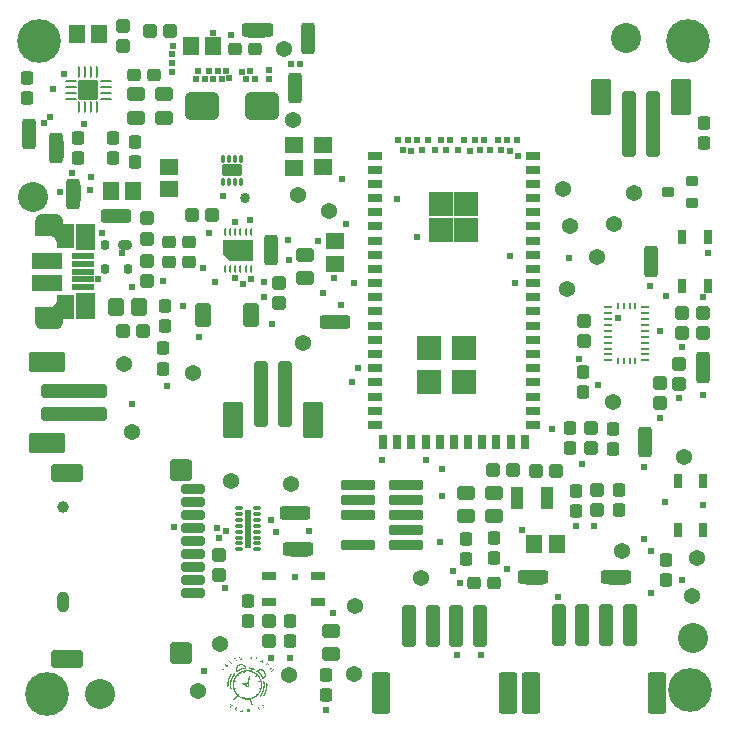
<source format=gts>
G04*
G04 #@! TF.GenerationSoftware,Altium Limited,Altium Designer,23.8.1 (32)*
G04*
G04 Layer_Color=8388736*
%FSLAX44Y44*%
%MOMM*%
G71*
G04*
G04 #@! TF.SameCoordinates,271CB4FA-4F0A-43F9-8DEE-C87A6A24424C*
G04*
G04*
G04 #@! TF.FilePolarity,Negative*
G04*
G01*
G75*
G04:AMPARAMS|DCode=27|XSize=0.966mm|YSize=0.2393mm|CornerRadius=0.0598mm|HoleSize=0mm|Usage=FLASHONLY|Rotation=0.000|XOffset=0mm|YOffset=0mm|HoleType=Round|Shape=RoundedRectangle|*
%AMROUNDEDRECTD27*
21,1,0.9660,0.1196,0,0,0.0*
21,1,0.8464,0.2393,0,0,0.0*
1,1,0.1196,0.4232,-0.0598*
1,1,0.1196,-0.4232,-0.0598*
1,1,0.1196,-0.4232,0.0598*
1,1,0.1196,0.4232,0.0598*
%
%ADD27ROUNDEDRECTD27*%
G04:AMPARAMS|DCode=28|XSize=0.2393mm|YSize=0.966mm|CornerRadius=0.0598mm|HoleSize=0mm|Usage=FLASHONLY|Rotation=0.000|XOffset=0mm|YOffset=0mm|HoleType=Round|Shape=RoundedRectangle|*
%AMROUNDEDRECTD28*
21,1,0.2393,0.8464,0,0,0.0*
21,1,0.1196,0.9660,0,0,0.0*
1,1,0.1196,0.0598,-0.4232*
1,1,0.1196,-0.0598,-0.4232*
1,1,0.1196,-0.0598,0.4232*
1,1,0.1196,0.0598,0.4232*
%
%ADD28ROUNDEDRECTD28*%
G04:AMPARAMS|DCode=50|XSize=0.3mm|YSize=0.63mm|CornerRadius=0.03mm|HoleSize=0mm|Usage=FLASHONLY|Rotation=90.000|XOffset=0mm|YOffset=0mm|HoleType=Round|Shape=RoundedRectangle|*
%AMROUNDEDRECTD50*
21,1,0.3000,0.5700,0,0,90.0*
21,1,0.2400,0.6300,0,0,90.0*
1,1,0.0600,0.2850,0.1200*
1,1,0.0600,0.2850,-0.1200*
1,1,0.0600,-0.2850,-0.1200*
1,1,0.0600,-0.2850,0.1200*
%
%ADD50ROUNDEDRECTD50*%
G04:AMPARAMS|DCode=51|XSize=3.3mm|YSize=0.45mm|CornerRadius=0.045mm|HoleSize=0mm|Usage=FLASHONLY|Rotation=90.000|XOffset=0mm|YOffset=0mm|HoleType=Round|Shape=RoundedRectangle|*
%AMROUNDEDRECTD51*
21,1,3.3000,0.3600,0,0,90.0*
21,1,3.2100,0.4500,0,0,90.0*
1,1,0.0900,0.1800,1.6050*
1,1,0.0900,0.1800,-1.6050*
1,1,0.0900,-0.1800,-1.6050*
1,1,0.0900,-0.1800,1.6050*
%
%ADD51ROUNDEDRECTD51*%
%ADD53R,1.1000X1.9000*%
G04:AMPARAMS|DCode=54|XSize=0.25mm|YSize=0.575mm|CornerRadius=0.0313mm|HoleSize=0mm|Usage=FLASHONLY|Rotation=0.000|XOffset=0mm|YOffset=0mm|HoleType=Round|Shape=RoundedRectangle|*
%AMROUNDEDRECTD54*
21,1,0.2500,0.5125,0,0,0.0*
21,1,0.1875,0.5750,0,0,0.0*
1,1,0.0625,0.0938,-0.2563*
1,1,0.0625,-0.0938,-0.2563*
1,1,0.0625,-0.0938,0.2563*
1,1,0.0625,0.0938,0.2563*
%
%ADD54ROUNDEDRECTD54*%
G04:AMPARAMS|DCode=55|XSize=0.675mm|YSize=0.25mm|CornerRadius=0.0313mm|HoleSize=0mm|Usage=FLASHONLY|Rotation=0.000|XOffset=0mm|YOffset=0mm|HoleType=Round|Shape=RoundedRectangle|*
%AMROUNDEDRECTD55*
21,1,0.6750,0.1875,0,0,0.0*
21,1,0.6125,0.2500,0,0,0.0*
1,1,0.0625,0.3063,-0.0938*
1,1,0.0625,-0.3063,-0.0938*
1,1,0.0625,-0.3063,0.0938*
1,1,0.0625,0.3063,0.0938*
%
%ADD55ROUNDEDRECTD55*%
G04:AMPARAMS|DCode=58|XSize=1.8016mm|YSize=1.9016mm|CornerRadius=0.2633mm|HoleSize=0mm|Usage=FLASHONLY|Rotation=270.000|XOffset=0mm|YOffset=0mm|HoleType=Round|Shape=RoundedRectangle|*
%AMROUNDEDRECTD58*
21,1,1.8016,1.3750,0,0,270.0*
21,1,1.2750,1.9016,0,0,270.0*
1,1,0.5266,-0.6875,-0.6375*
1,1,0.5266,-0.6875,0.6375*
1,1,0.5266,0.6875,0.6375*
1,1,0.5266,0.6875,-0.6375*
%
%ADD58ROUNDEDRECTD58*%
G04:AMPARAMS|DCode=59|XSize=0.8016mm|YSize=2.0016mm|CornerRadius=0.1383mm|HoleSize=0mm|Usage=FLASHONLY|Rotation=270.000|XOffset=0mm|YOffset=0mm|HoleType=Round|Shape=RoundedRectangle|*
%AMROUNDEDRECTD59*
21,1,0.8016,1.7250,0,0,270.0*
21,1,0.5250,2.0016,0,0,270.0*
1,1,0.2766,-0.8625,-0.2625*
1,1,0.2766,-0.8625,0.2625*
1,1,0.2766,0.8625,0.2625*
1,1,0.2766,0.8625,-0.2625*
%
%ADD59ROUNDEDRECTD59*%
G04:AMPARAMS|DCode=60|XSize=1.5016mm|YSize=2.7016mm|CornerRadius=0.2258mm|HoleSize=0mm|Usage=FLASHONLY|Rotation=270.000|XOffset=0mm|YOffset=0mm|HoleType=Round|Shape=RoundedRectangle|*
%AMROUNDEDRECTD60*
21,1,1.5016,2.2500,0,0,270.0*
21,1,1.0500,2.7016,0,0,270.0*
1,1,0.4516,-1.1250,-0.5250*
1,1,0.4516,-1.1250,0.5250*
1,1,0.4516,1.1250,0.5250*
1,1,0.4516,1.1250,-0.5250*
%
%ADD60ROUNDEDRECTD60*%
G04:AMPARAMS|DCode=61|XSize=1.7016mm|YSize=3.1016mm|CornerRadius=0.2508mm|HoleSize=0mm|Usage=FLASHONLY|Rotation=180.000|XOffset=0mm|YOffset=0mm|HoleType=Round|Shape=RoundedRectangle|*
%AMROUNDEDRECTD61*
21,1,1.7016,2.6000,0,0,180.0*
21,1,1.2000,3.1016,0,0,180.0*
1,1,0.5016,-0.6000,1.3000*
1,1,0.5016,0.6000,1.3000*
1,1,0.5016,0.6000,-1.3000*
1,1,0.5016,-0.6000,-1.3000*
%
%ADD61ROUNDEDRECTD61*%
G04:AMPARAMS|DCode=62|XSize=1.1016mm|YSize=5.6016mm|CornerRadius=0.1758mm|HoleSize=0mm|Usage=FLASHONLY|Rotation=180.000|XOffset=0mm|YOffset=0mm|HoleType=Round|Shape=RoundedRectangle|*
%AMROUNDEDRECTD62*
21,1,1.1016,5.2500,0,0,180.0*
21,1,0.7500,5.6016,0,0,180.0*
1,1,0.3516,-0.3750,2.6250*
1,1,0.3516,0.3750,2.6250*
1,1,0.3516,0.3750,-2.6250*
1,1,0.3516,-0.3750,-2.6250*
%
%ADD62ROUNDEDRECTD62*%
G04:AMPARAMS|DCode=63|XSize=1.1016mm|YSize=1.2016mm|CornerRadius=0.1758mm|HoleSize=0mm|Usage=FLASHONLY|Rotation=90.000|XOffset=0mm|YOffset=0mm|HoleType=Round|Shape=RoundedRectangle|*
%AMROUNDEDRECTD63*
21,1,1.1016,0.8500,0,0,90.0*
21,1,0.7500,1.2016,0,0,90.0*
1,1,0.3516,0.4250,0.3750*
1,1,0.3516,0.4250,-0.3750*
1,1,0.3516,-0.4250,-0.3750*
1,1,0.3516,-0.4250,0.3750*
%
%ADD63ROUNDEDRECTD63*%
G04:AMPARAMS|DCode=64|XSize=1.6016mm|YSize=3.5016mm|CornerRadius=0.2383mm|HoleSize=0mm|Usage=FLASHONLY|Rotation=180.000|XOffset=0mm|YOffset=0mm|HoleType=Round|Shape=RoundedRectangle|*
%AMROUNDEDRECTD64*
21,1,1.6016,3.0250,0,0,180.0*
21,1,1.1250,3.5016,0,0,180.0*
1,1,0.4766,-0.5625,1.5125*
1,1,0.4766,0.5625,1.5125*
1,1,0.4766,0.5625,-1.5125*
1,1,0.4766,-0.5625,-1.5125*
%
%ADD64ROUNDEDRECTD64*%
G04:AMPARAMS|DCode=65|XSize=1.1016mm|YSize=3.6016mm|CornerRadius=0.1758mm|HoleSize=0mm|Usage=FLASHONLY|Rotation=180.000|XOffset=0mm|YOffset=0mm|HoleType=Round|Shape=RoundedRectangle|*
%AMROUNDEDRECTD65*
21,1,1.1016,3.2500,0,0,180.0*
21,1,0.7500,3.6016,0,0,180.0*
1,1,0.3516,-0.3750,1.6250*
1,1,0.3516,0.3750,1.6250*
1,1,0.3516,0.3750,-1.6250*
1,1,0.3516,-0.3750,-1.6250*
%
%ADD65ROUNDEDRECTD65*%
%ADD66R,1.3000X0.8000*%
%ADD67R,0.8000X1.3000*%
%ADD68R,2.1000X2.1000*%
%ADD69C,2.5400*%
G04:AMPARAMS|DCode=70|XSize=1.6637mm|YSize=1.6637mm|CornerRadius=0.0499mm|HoleSize=0mm|Usage=FLASHONLY|Rotation=0.000|XOffset=0mm|YOffset=0mm|HoleType=Round|Shape=RoundedRectangle|*
%AMROUNDEDRECTD70*
21,1,1.6637,1.5639,0,0,0.0*
21,1,1.5639,1.6637,0,0,0.0*
1,1,0.0998,0.7819,-0.7819*
1,1,0.0998,-0.7819,-0.7819*
1,1,0.0998,-0.7819,0.7819*
1,1,0.0998,0.7819,0.7819*
%
%ADD70ROUNDEDRECTD70*%
%ADD71R,2.6016X1.4766*%
%ADD72R,1.8516X0.5016*%
G04:AMPARAMS|DCode=73|XSize=1.0922mm|YSize=1.1938mm|CornerRadius=0.2985mm|HoleSize=0mm|Usage=FLASHONLY|Rotation=180.000|XOffset=0mm|YOffset=0mm|HoleType=Round|Shape=RoundedRectangle|*
%AMROUNDEDRECTD73*
21,1,1.0922,0.5969,0,0,180.0*
21,1,0.4953,1.1938,0,0,180.0*
1,1,0.5969,-0.2477,0.2985*
1,1,0.5969,0.2477,0.2985*
1,1,0.5969,0.2477,-0.2985*
1,1,0.5969,-0.2477,-0.2985*
%
%ADD73ROUNDEDRECTD73*%
G04:AMPARAMS|DCode=74|XSize=0.8016mm|YSize=0.7016mm|CornerRadius=0.2008mm|HoleSize=0mm|Usage=FLASHONLY|Rotation=270.000|XOffset=0mm|YOffset=0mm|HoleType=Round|Shape=RoundedRectangle|*
%AMROUNDEDRECTD74*
21,1,0.8016,0.3000,0,0,270.0*
21,1,0.4000,0.7016,0,0,270.0*
1,1,0.4016,-0.1500,-0.2000*
1,1,0.4016,-0.1500,0.2000*
1,1,0.4016,0.1500,0.2000*
1,1,0.4016,0.1500,-0.2000*
%
%ADD74ROUNDEDRECTD74*%
G04:AMPARAMS|DCode=75|XSize=0.8016mm|YSize=1.1016mm|CornerRadius=0.2258mm|HoleSize=0mm|Usage=FLASHONLY|Rotation=270.000|XOffset=0mm|YOffset=0mm|HoleType=Round|Shape=RoundedRectangle|*
%AMROUNDEDRECTD75*
21,1,0.8016,0.6500,0,0,270.0*
21,1,0.3500,1.1016,0,0,270.0*
1,1,0.4516,-0.3250,-0.1750*
1,1,0.4516,-0.3250,0.1750*
1,1,0.4516,0.3250,0.1750*
1,1,0.4516,0.3250,-0.1750*
%
%ADD75ROUNDEDRECTD75*%
G04:AMPARAMS|DCode=76|XSize=1.1016mm|YSize=1.2016mm|CornerRadius=0.1758mm|HoleSize=0mm|Usage=FLASHONLY|Rotation=180.000|XOffset=0mm|YOffset=0mm|HoleType=Round|Shape=RoundedRectangle|*
%AMROUNDEDRECTD76*
21,1,1.1016,0.8500,0,0,180.0*
21,1,0.7500,1.2016,0,0,180.0*
1,1,0.3516,-0.3750,0.4250*
1,1,0.3516,0.3750,0.4250*
1,1,0.3516,0.3750,-0.4250*
1,1,0.3516,-0.3750,-0.4250*
%
%ADD76ROUNDEDRECTD76*%
%ADD77C,1.3716*%
G04:AMPARAMS|DCode=78|XSize=1.6016mm|YSize=1.4016mm|CornerRadius=0.2133mm|HoleSize=0mm|Usage=FLASHONLY|Rotation=90.000|XOffset=0mm|YOffset=0mm|HoleType=Round|Shape=RoundedRectangle|*
%AMROUNDEDRECTD78*
21,1,1.6016,0.9750,0,0,90.0*
21,1,1.1750,1.4016,0,0,90.0*
1,1,0.4266,0.4875,0.5875*
1,1,0.4266,0.4875,-0.5875*
1,1,0.4266,-0.4875,-0.5875*
1,1,0.4266,-0.4875,0.5875*
%
%ADD78ROUNDEDRECTD78*%
%ADD79R,0.7516X1.1516*%
G04:AMPARAMS|DCode=80|XSize=1.0016mm|YSize=0.9016mm|CornerRadius=0.1508mm|HoleSize=0mm|Usage=FLASHONLY|Rotation=180.000|XOffset=0mm|YOffset=0mm|HoleType=Round|Shape=RoundedRectangle|*
%AMROUNDEDRECTD80*
21,1,1.0016,0.6000,0,0,180.0*
21,1,0.7000,0.9016,0,0,180.0*
1,1,0.3016,-0.3500,0.3000*
1,1,0.3016,0.3500,0.3000*
1,1,0.3016,0.3500,-0.3000*
1,1,0.3016,-0.3500,-0.3000*
%
%ADD80ROUNDEDRECTD80*%
G04:AMPARAMS|DCode=81|XSize=0.65mm|YSize=0.25mm|CornerRadius=0.0625mm|HoleSize=0mm|Usage=FLASHONLY|Rotation=90.000|XOffset=0mm|YOffset=0mm|HoleType=Round|Shape=RoundedRectangle|*
%AMROUNDEDRECTD81*
21,1,0.6500,0.1250,0,0,90.0*
21,1,0.5250,0.2500,0,0,90.0*
1,1,0.1250,0.0625,0.2625*
1,1,0.1250,0.0625,-0.2625*
1,1,0.1250,-0.0625,-0.2625*
1,1,0.1250,-0.0625,0.2625*
%
%ADD81ROUNDEDRECTD81*%
G04:AMPARAMS|DCode=82|XSize=1.1016mm|YSize=5.6016mm|CornerRadius=0.1758mm|HoleSize=0mm|Usage=FLASHONLY|Rotation=90.000|XOffset=0mm|YOffset=0mm|HoleType=Round|Shape=RoundedRectangle|*
%AMROUNDEDRECTD82*
21,1,1.1016,5.2500,0,0,90.0*
21,1,0.7500,5.6016,0,0,90.0*
1,1,0.3516,2.6250,0.3750*
1,1,0.3516,2.6250,-0.3750*
1,1,0.3516,-2.6250,-0.3750*
1,1,0.3516,-2.6250,0.3750*
%
%ADD82ROUNDEDRECTD82*%
G04:AMPARAMS|DCode=83|XSize=1.7016mm|YSize=3.1016mm|CornerRadius=0.2508mm|HoleSize=0mm|Usage=FLASHONLY|Rotation=90.000|XOffset=0mm|YOffset=0mm|HoleType=Round|Shape=RoundedRectangle|*
%AMROUNDEDRECTD83*
21,1,1.7016,2.6000,0,0,90.0*
21,1,1.2000,3.1016,0,0,90.0*
1,1,0.5016,1.3000,0.6000*
1,1,0.5016,1.3000,-0.6000*
1,1,0.5016,-1.3000,-0.6000*
1,1,0.5016,-1.3000,0.6000*
%
%ADD83ROUNDEDRECTD83*%
G04:AMPARAMS|DCode=84|XSize=2.0016mm|YSize=1.3016mm|CornerRadius=0.2008mm|HoleSize=0mm|Usage=FLASHONLY|Rotation=90.000|XOffset=0mm|YOffset=0mm|HoleType=Round|Shape=RoundedRectangle|*
%AMROUNDEDRECTD84*
21,1,2.0016,0.9000,0,0,90.0*
21,1,1.6000,1.3016,0,0,90.0*
1,1,0.4016,0.4500,0.8000*
1,1,0.4016,0.4500,-0.8000*
1,1,0.4016,-0.4500,-0.8000*
1,1,0.4016,-0.4500,0.8000*
%
%ADD84ROUNDEDRECTD84*%
G04:AMPARAMS|DCode=85|XSize=0.9144mm|YSize=1.1176mm|CornerRadius=0.254mm|HoleSize=0mm|Usage=FLASHONLY|Rotation=270.000|XOffset=0mm|YOffset=0mm|HoleType=Round|Shape=RoundedRectangle|*
%AMROUNDEDRECTD85*
21,1,0.9144,0.6096,0,0,270.0*
21,1,0.4064,1.1176,0,0,270.0*
1,1,0.5080,-0.3048,-0.2032*
1,1,0.5080,-0.3048,0.2032*
1,1,0.5080,0.3048,0.2032*
1,1,0.5080,0.3048,-0.2032*
%
%ADD85ROUNDEDRECTD85*%
G04:AMPARAMS|DCode=86|XSize=0.9144mm|YSize=1.1176mm|CornerRadius=0.254mm|HoleSize=0mm|Usage=FLASHONLY|Rotation=0.000|XOffset=0mm|YOffset=0mm|HoleType=Round|Shape=RoundedRectangle|*
%AMROUNDEDRECTD86*
21,1,0.9144,0.6096,0,0,0.0*
21,1,0.4064,1.1176,0,0,0.0*
1,1,0.5080,0.2032,-0.3048*
1,1,0.5080,-0.2032,-0.3048*
1,1,0.5080,-0.2032,0.3048*
1,1,0.5080,0.2032,0.3048*
%
%ADD86ROUNDEDRECTD86*%
G04:AMPARAMS|DCode=87|XSize=1.6016mm|YSize=1.4016mm|CornerRadius=0.2133mm|HoleSize=0mm|Usage=FLASHONLY|Rotation=180.000|XOffset=0mm|YOffset=0mm|HoleType=Round|Shape=RoundedRectangle|*
%AMROUNDEDRECTD87*
21,1,1.6016,0.9750,0,0,180.0*
21,1,1.1750,1.4016,0,0,180.0*
1,1,0.4266,-0.5875,0.4875*
1,1,0.4266,0.5875,0.4875*
1,1,0.4266,0.5875,-0.4875*
1,1,0.4266,-0.5875,-0.4875*
%
%ADD87ROUNDEDRECTD87*%
G04:AMPARAMS|DCode=88|XSize=1.1116mm|YSize=1.5716mm|CornerRadius=0.1771mm|HoleSize=0mm|Usage=FLASHONLY|Rotation=90.000|XOffset=0mm|YOffset=0mm|HoleType=Round|Shape=RoundedRectangle|*
%AMROUNDEDRECTD88*
21,1,1.1116,1.2175,0,0,90.0*
21,1,0.7575,1.5716,0,0,90.0*
1,1,0.3541,0.6088,0.3787*
1,1,0.3541,0.6088,-0.3787*
1,1,0.3541,-0.6088,-0.3787*
1,1,0.3541,-0.6088,0.3787*
%
%ADD88ROUNDEDRECTD88*%
G04:AMPARAMS|DCode=89|XSize=1.6016mm|YSize=1.4016mm|CornerRadius=0.3758mm|HoleSize=0mm|Usage=FLASHONLY|Rotation=90.000|XOffset=0mm|YOffset=0mm|HoleType=Round|Shape=RoundedRectangle|*
%AMROUNDEDRECTD89*
21,1,1.6016,0.6500,0,0,90.0*
21,1,0.8500,1.4016,0,0,90.0*
1,1,0.7516,0.3250,0.4250*
1,1,0.7516,0.3250,-0.4250*
1,1,0.7516,-0.3250,-0.4250*
1,1,0.7516,-0.3250,0.4250*
%
%ADD89ROUNDEDRECTD89*%
G04:AMPARAMS|DCode=90|XSize=0.8415mm|YSize=2.8915mm|CornerRadius=0.2358mm|HoleSize=0mm|Usage=FLASHONLY|Rotation=270.000|XOffset=0mm|YOffset=0mm|HoleType=Round|Shape=RoundedRectangle|*
%AMROUNDEDRECTD90*
21,1,0.8415,2.4200,0,0,270.0*
21,1,0.3700,2.8915,0,0,270.0*
1,1,0.4716,-1.2100,-0.1850*
1,1,0.4716,-1.2100,0.1850*
1,1,0.4716,1.2100,0.1850*
1,1,0.4716,1.2100,-0.1850*
%
%ADD90ROUNDEDRECTD90*%
G04:AMPARAMS|DCode=91|XSize=2.3016mm|YSize=2.8016mm|CornerRadius=0.3258mm|HoleSize=0mm|Usage=FLASHONLY|Rotation=90.000|XOffset=0mm|YOffset=0mm|HoleType=Round|Shape=RoundedRectangle|*
%AMROUNDEDRECTD91*
21,1,2.3016,2.1500,0,0,90.0*
21,1,1.6500,2.8016,0,0,90.0*
1,1,0.6516,1.0750,0.8250*
1,1,0.6516,1.0750,-0.8250*
1,1,0.6516,-1.0750,-0.8250*
1,1,0.6516,-1.0750,0.8250*
%
%ADD91ROUNDEDRECTD91*%
G04:AMPARAMS|DCode=92|XSize=1.0922mm|YSize=1.1938mm|CornerRadius=0.2985mm|HoleSize=0mm|Usage=FLASHONLY|Rotation=90.000|XOffset=0mm|YOffset=0mm|HoleType=Round|Shape=RoundedRectangle|*
%AMROUNDEDRECTD92*
21,1,1.0922,0.5969,0,0,90.0*
21,1,0.4953,1.1938,0,0,90.0*
1,1,0.5969,0.2985,0.2477*
1,1,0.5969,0.2985,-0.2477*
1,1,0.5969,-0.2985,-0.2477*
1,1,0.5969,-0.2985,0.2477*
%
%ADD92ROUNDEDRECTD92*%
G04:AMPARAMS|DCode=93|XSize=0.3516mm|YSize=0.6016mm|CornerRadius=0.1008mm|HoleSize=0mm|Usage=FLASHONLY|Rotation=180.000|XOffset=0mm|YOffset=0mm|HoleType=Round|Shape=RoundedRectangle|*
%AMROUNDEDRECTD93*
21,1,0.3516,0.4000,0,0,180.0*
21,1,0.1500,0.6016,0,0,180.0*
1,1,0.2016,-0.0750,0.2000*
1,1,0.2016,0.0750,0.2000*
1,1,0.2016,0.0750,-0.2000*
1,1,0.2016,-0.0750,-0.2000*
%
%ADD93ROUNDEDRECTD93*%
G04:AMPARAMS|DCode=94|XSize=1.0016mm|YSize=1.7016mm|CornerRadius=0.1003mm|HoleSize=0mm|Usage=FLASHONLY|Rotation=90.000|XOffset=0mm|YOffset=0mm|HoleType=Round|Shape=RoundedRectangle|*
%AMROUNDEDRECTD94*
21,1,1.0016,1.5010,0,0,90.0*
21,1,0.8010,1.7016,0,0,90.0*
1,1,0.2006,0.7505,0.4005*
1,1,0.2006,0.7505,-0.4005*
1,1,0.2006,-0.7505,-0.4005*
1,1,0.2006,-0.7505,0.4005*
%
%ADD94ROUNDEDRECTD94*%
%ADD95R,1.1516X0.7516*%
%ADD96C,1.0016*%
%ADD97O,1.0016X1.8016*%
%ADD98O,1.5616X1.1016*%
%ADD99O,1.9016X1.1016*%
%ADD100C,3.7016*%
%ADD101C,0.8636*%
%ADD102C,0.6016*%
%ADD103C,0.5000*%
%ADD104C,0.6400*%
G36*
X215676Y585519D02*
Y579423D01*
X201389D01*
Y591615D01*
X215676D01*
Y585519D01*
D02*
G37*
G36*
X258131Y575041D02*
Y570405D01*
X245939D01*
Y575041D01*
Y584693D01*
X258131D01*
Y575041D01*
D02*
G37*
G36*
X247245Y540098D02*
Y530447D01*
X235053D01*
Y540098D01*
Y544734D01*
X247245D01*
Y540098D01*
D02*
G37*
G36*
X22255Y493973D02*
Y489337D01*
X10063D01*
Y493973D01*
Y503625D01*
X22255D01*
Y493973D01*
D02*
G37*
G36*
X45348Y482267D02*
Y477632D01*
X33156D01*
Y482267D01*
Y491920D01*
X45348D01*
Y482267D01*
D02*
G37*
G36*
X59658Y450276D02*
Y440624D01*
X47466D01*
Y450276D01*
Y454911D01*
X59658D01*
Y450276D01*
D02*
G37*
G36*
X96109Y428325D02*
Y422229D01*
X81821D01*
Y434421D01*
X96109D01*
Y428325D01*
D02*
G37*
G36*
X39751Y429716D02*
X40011Y429696D01*
X40271Y429666D01*
X40531Y429616D01*
X40781Y429556D01*
X41041Y429486D01*
X41281Y429396D01*
X41521Y429296D01*
X41761Y429186D01*
X41991Y429056D01*
X42211Y428916D01*
X42431Y428776D01*
X42641Y428616D01*
X42841Y428446D01*
X43031Y428266D01*
X43211Y428076D01*
X43381Y427876D01*
X43541Y427666D01*
X43681Y427446D01*
X43821Y427226D01*
X43951Y426996D01*
X44061Y426756D01*
X44161Y426516D01*
X44251Y426276D01*
X44321Y426016D01*
X44381Y425766D01*
X44431Y425506D01*
X44461Y425246D01*
X44481Y424986D01*
X44491Y424726D01*
Y421226D01*
X54437D01*
Y400976D01*
X39491D01*
Y404976D01*
X39481Y405316D01*
X39451Y405656D01*
X39411Y405996D01*
X39351Y406326D01*
X39271Y406656D01*
X39171Y406986D01*
X39061Y407306D01*
X38931Y407616D01*
X38781Y407926D01*
X38621Y408226D01*
X38441Y408516D01*
X38251Y408796D01*
X38041Y409066D01*
X37821Y409326D01*
X37591Y409576D01*
X37341Y409806D01*
X37081Y410026D01*
X36811Y410236D01*
X36531Y410426D01*
X36241Y410606D01*
X35941Y410766D01*
X35631Y410916D01*
X35321Y411046D01*
X35001Y411156D01*
X34671Y411256D01*
X34341Y411336D01*
X34011Y411396D01*
X33671Y411436D01*
X33331Y411466D01*
X32991Y411476D01*
X21491D01*
Y424726D01*
X21501Y424986D01*
X21521Y425246D01*
X21551Y425506D01*
X21601Y425766D01*
X21661Y426016D01*
X21731Y426276D01*
X21821Y426516D01*
X21921Y426756D01*
X22031Y426996D01*
X22161Y427226D01*
X22301Y427446D01*
X22441Y427666D01*
X22601Y427876D01*
X22771Y428076D01*
X22951Y428266D01*
X23141Y428446D01*
X23341Y428616D01*
X23551Y428776D01*
X23771Y428916D01*
X23991Y429056D01*
X24221Y429186D01*
X24461Y429296D01*
X24701Y429396D01*
X24941Y429486D01*
X25201Y429556D01*
X25451Y429616D01*
X25711Y429666D01*
X25971Y429696D01*
X26231Y429716D01*
X26491Y429726D01*
X39491D01*
X39751Y429716D01*
D02*
G37*
G36*
X72091Y399226D02*
X55491D01*
Y421226D01*
X72091D01*
Y399226D01*
D02*
G37*
G36*
X227236Y403143D02*
Y393491D01*
X215044D01*
Y403143D01*
Y407778D01*
X227236D01*
Y403143D01*
D02*
G37*
G36*
X205329Y390628D02*
X185429D01*
X180329Y395728D01*
Y407628D01*
X205329D01*
Y390628D01*
D02*
G37*
G36*
X548771Y386346D02*
Y381711D01*
X536579D01*
Y386346D01*
Y395998D01*
X548771D01*
Y386346D01*
D02*
G37*
G36*
X72091Y341226D02*
X55491D01*
Y363226D01*
X72091D01*
Y341226D01*
D02*
G37*
G36*
X54282D02*
X44491D01*
Y337726D01*
X44481Y337466D01*
X44461Y337206D01*
X44431Y336946D01*
X44381Y336686D01*
X44321Y336436D01*
X44251Y336176D01*
X44161Y335936D01*
X44061Y335696D01*
X43951Y335456D01*
X43821Y335226D01*
X43681Y335006D01*
X43541Y334786D01*
X43381Y334576D01*
X43211Y334376D01*
X43031Y334186D01*
X42841Y334006D01*
X42641Y333836D01*
X42431Y333676D01*
X42211Y333536D01*
X41991Y333396D01*
X41761Y333266D01*
X41521Y333156D01*
X41281Y333056D01*
X41041Y332966D01*
X40781Y332896D01*
X40531Y332836D01*
X40271Y332786D01*
X40011Y332756D01*
X39751Y332736D01*
X39491Y332726D01*
X26491D01*
X26231Y332736D01*
X25971Y332756D01*
X25711Y332786D01*
X25451Y332836D01*
X25201Y332896D01*
X24941Y332966D01*
X24701Y333056D01*
X24461Y333156D01*
X24221Y333266D01*
X23991Y333396D01*
X23771Y333536D01*
X23551Y333676D01*
X23341Y333836D01*
X23141Y334006D01*
X22951Y334186D01*
X22771Y334376D01*
X22601Y334576D01*
X22441Y334786D01*
X22301Y335006D01*
X22161Y335226D01*
X22031Y335456D01*
X21921Y335696D01*
X21821Y335936D01*
X21731Y336176D01*
X21661Y336436D01*
X21601Y336686D01*
X21551Y336946D01*
X21521Y337206D01*
X21501Y337466D01*
X21491Y337726D01*
Y350976D01*
X32991D01*
X33331Y350986D01*
X33671Y351016D01*
X34011Y351056D01*
X34341Y351116D01*
X34671Y351196D01*
X35001Y351296D01*
X35321Y351406D01*
X35631Y351536D01*
X35941Y351686D01*
X36241Y351846D01*
X36531Y352026D01*
X36811Y352216D01*
X37081Y352426D01*
X37341Y352646D01*
X37591Y352876D01*
X37821Y353126D01*
X38041Y353386D01*
X38251Y353656D01*
X38441Y353936D01*
X38621Y354226D01*
X38781Y354526D01*
X38931Y354836D01*
X39061Y355146D01*
X39171Y355466D01*
X39271Y355796D01*
X39351Y356126D01*
X39411Y356456D01*
X39451Y356796D01*
X39481Y357136D01*
X39491Y357476D01*
Y361476D01*
X54282D01*
Y341226D01*
D02*
G37*
G36*
X282927Y332478D02*
X268639D01*
Y338574D01*
Y344670D01*
X282927D01*
Y332478D01*
D02*
G37*
G36*
X592836Y296507D02*
Y291872D01*
X580644D01*
Y296507D01*
Y306159D01*
X592836D01*
Y296507D01*
D02*
G37*
G36*
X543691Y233584D02*
Y228948D01*
X531499D01*
Y233584D01*
Y243235D01*
X543691D01*
Y233584D01*
D02*
G37*
G36*
X249380Y170612D02*
X235093D01*
Y176708D01*
Y182804D01*
X249380D01*
Y170612D01*
D02*
G37*
G36*
X252134Y139954D02*
X237847D01*
Y146050D01*
Y152146D01*
X252134D01*
Y139954D01*
D02*
G37*
G36*
X521263Y116186D02*
X506976D01*
Y122282D01*
Y128378D01*
X521263D01*
Y116186D01*
D02*
G37*
G36*
X450974D02*
X436687D01*
Y122282D01*
Y128378D01*
X450974D01*
Y116186D01*
D02*
G37*
G36*
X195781Y55399D02*
X195805Y55301D01*
X195830Y55082D01*
X195878Y54961D01*
X195927Y54669D01*
X195866Y54608D01*
X195769Y54583D01*
X195720Y54608D01*
X195659Y54669D01*
X195635Y54717D01*
X195586Y54766D01*
X195525Y54875D01*
X195477Y54900D01*
X195404Y54973D01*
X195233Y55046D01*
X195136Y55070D01*
X194942Y55046D01*
X194722Y54924D01*
X194637Y54839D01*
X194613Y54669D01*
X194674Y54510D01*
X194722Y54486D01*
X194771Y54413D01*
X194869Y54389D01*
X195039Y54316D01*
X195136Y54291D01*
X195392Y54255D01*
X195489Y54231D01*
X195696Y54170D01*
X195830Y54133D01*
X195939Y54072D01*
X196110Y53975D01*
X196243Y53841D01*
X196329Y53610D01*
X196353Y53513D01*
X196365Y53379D01*
X196292Y53209D01*
X196243Y53087D01*
X196207Y53026D01*
X196170Y53014D01*
X196146Y52965D01*
X196061Y52880D01*
X196012Y52856D01*
X195866Y52758D01*
X195769Y52734D01*
X195599Y52661D01*
X195355Y52637D01*
X194954Y52649D01*
X194905Y52600D01*
X194881Y52552D01*
X194747Y52515D01*
X194650Y52539D01*
X194613Y52673D01*
X194589Y52819D01*
X194540Y52941D01*
X194516Y53111D01*
X194491Y53306D01*
X194528Y53342D01*
X194625Y53367D01*
X194722Y53342D01*
X194808Y53209D01*
X194917Y53075D01*
X194990Y53002D01*
X195148Y52941D01*
X195258Y52904D01*
X195550Y52929D01*
X195769Y53050D01*
X195805Y53111D01*
X195818Y53123D01*
X195878Y53233D01*
X195854Y53403D01*
X195744Y53537D01*
X195696Y53586D01*
X195574Y53610D01*
X195452Y53659D01*
X195355Y53683D01*
X195051Y53720D01*
X194954Y53744D01*
X194795Y53805D01*
X194662Y53841D01*
X194479Y53951D01*
X194431Y53975D01*
X194297Y54109D01*
X194175Y54377D01*
X194151Y54644D01*
X194175Y54717D01*
X194199Y54839D01*
X194248Y54888D01*
X194321Y55009D01*
X194431Y55119D01*
X194479Y55143D01*
X194528Y55192D01*
X194759Y55277D01*
X194893Y55313D01*
X195209Y55338D01*
X195380Y55313D01*
X195477Y55338D01*
X195550Y55435D01*
X195708Y55447D01*
X195781Y55399D01*
D02*
G37*
G36*
X190854Y53999D02*
X190890Y53963D01*
X190914Y53817D01*
X190963Y53768D01*
X191012Y53647D01*
X191036Y53549D01*
X191133Y53330D01*
X191121Y53245D01*
X191000Y53196D01*
X190902Y53221D01*
X190781Y53367D01*
X190707Y53440D01*
X190464Y53537D01*
X190367Y53561D01*
X190209Y53525D01*
X189977Y53415D01*
X189917Y53330D01*
X189868Y53282D01*
X189844Y53184D01*
X189868Y53014D01*
X190002Y52880D01*
X190160Y52819D01*
X190282Y52795D01*
X190854Y52783D01*
X190878D01*
X191121Y52758D01*
X191340Y52710D01*
X191389Y52661D01*
X191486Y52637D01*
X191571Y52576D01*
X191596Y52527D01*
X191693Y52430D01*
X191754Y52272D01*
X191790Y52162D01*
X191815Y52016D01*
X191790Y51943D01*
X191766Y51846D01*
X191644Y51627D01*
X191596Y51578D01*
X191571Y51530D01*
X191535Y51493D01*
X191486Y51469D01*
X191389Y51371D01*
X191292Y51347D01*
X191243Y51298D01*
X191194Y51274D01*
X191121Y51250D01*
X191024Y51225D01*
X190854Y51177D01*
X190756Y51152D01*
X190562Y51128D01*
X190488Y51006D01*
X190367Y50958D01*
X190294Y50982D01*
X190233Y51043D01*
X190184Y51165D01*
X190160Y51262D01*
X190111Y51311D01*
X190087Y51408D01*
X190038Y51530D01*
X189990Y51578D01*
X189965Y51676D01*
X190099Y51809D01*
X190196Y51785D01*
X190221Y51736D01*
X190270Y51712D01*
X190306Y51676D01*
X190330Y51627D01*
X190367Y51590D01*
X190488Y51517D01*
X190610Y51469D01*
X191048Y51493D01*
X191121Y51566D01*
X191243Y51639D01*
X191352Y51797D01*
X191328Y52016D01*
X191255Y52089D01*
X191231Y52138D01*
X191121Y52174D01*
X191024Y52199D01*
X190221Y52223D01*
X190148Y52247D01*
X189990Y52284D01*
X189868Y52308D01*
X189722Y52406D01*
X189637Y52466D01*
X189600Y52503D01*
X189576Y52552D01*
X189503Y52625D01*
X189479Y52722D01*
X189406Y52892D01*
X189430Y53184D01*
X189576Y53452D01*
X189685Y53561D01*
X189734Y53586D01*
X189880Y53683D01*
X190196Y53805D01*
X190537Y53829D01*
X190598Y53866D01*
X190671Y53987D01*
X190707Y54024D01*
X190854Y53999D01*
D02*
G37*
G36*
X204079Y55764D02*
X204103Y55666D01*
X204188Y55435D01*
X204212Y55289D01*
X204237Y55167D01*
X204285Y55046D01*
X204322Y54912D01*
X204358Y54705D01*
X204419Y54547D01*
X204444Y54450D01*
X204480Y54267D01*
X204529Y54145D01*
X204553Y54024D01*
X204577Y53878D01*
X204626Y53756D01*
X204663Y53622D01*
X204687Y53452D01*
X204711Y53330D01*
X204748Y53294D01*
X204869Y53245D01*
X204906Y53209D01*
X204882Y53014D01*
X204529Y53002D01*
X204456Y53026D01*
X204212Y53050D01*
X204139Y53075D01*
X203969Y53099D01*
X203908Y53136D01*
X203884Y53209D01*
X203945Y53318D01*
X204066Y53367D01*
X204103Y53476D01*
X204079Y53768D01*
X204042Y53829D01*
X203920Y53878D01*
X203385Y53926D01*
X203239Y53902D01*
X203178Y53841D01*
X203154Y53744D01*
X203081Y53622D01*
X203044Y53537D01*
X203093Y53464D01*
X203239Y53440D01*
X203276Y53403D01*
X203251Y53257D01*
X203215Y53196D01*
X202643Y53233D01*
X202497Y53257D01*
X202448Y53306D01*
X202473Y53452D01*
X202558Y53537D01*
X202692Y53598D01*
X202716Y53647D01*
X202789Y53720D01*
X202850Y53853D01*
X202862Y53866D01*
X203543Y55253D01*
X203592Y55301D01*
X203665Y55496D01*
X203714Y55545D01*
X203774Y55703D01*
X203823Y55776D01*
X203993Y55800D01*
X204079Y55764D01*
D02*
G37*
G36*
X208446Y54851D02*
X208665Y54754D01*
X208848Y54717D01*
X208982Y54656D01*
X209176Y54608D01*
X209213Y54571D01*
X209189Y54425D01*
X209079Y54389D01*
X208982Y54364D01*
X208933Y54340D01*
X208872Y54279D01*
X208775Y54060D01*
X208738Y53878D01*
X208678Y53744D01*
X208653Y53647D01*
X208617Y53488D01*
X208556Y53355D01*
X208532Y53257D01*
X208495Y53099D01*
X208434Y52965D01*
X208386Y52746D01*
X208288Y52527D01*
X208313Y52430D01*
X208446Y52393D01*
X208544Y52369D01*
X208714Y52296D01*
X209079Y52320D01*
X209152Y52393D01*
X209201Y52418D01*
X209237Y52454D01*
X209310Y52576D01*
X209395Y52734D01*
X209493Y52710D01*
X209554Y52673D01*
X209578Y52576D01*
X209554Y52454D01*
X209481Y52284D01*
X209456Y52187D01*
X209359Y51943D01*
X209335Y51870D01*
X209298Y51834D01*
X209152Y51858D01*
X208982Y51931D01*
X208824Y51968D01*
X208702Y52016D01*
X208592Y52053D01*
X208434Y52089D01*
X208349Y52126D01*
X208227Y52174D01*
X208045Y52211D01*
X207911Y52272D01*
X207656Y52333D01*
X207461Y52430D01*
X207449Y52491D01*
X207498Y52612D01*
X207570Y52637D01*
X207717Y52661D01*
X207789Y52734D01*
X207802Y52746D01*
X207850Y52917D01*
X207923Y53087D01*
X207948Y53184D01*
X207984Y53342D01*
X208045Y53476D01*
X208069Y53574D01*
X208094Y53695D01*
X208167Y53866D01*
X208215Y54085D01*
X208288Y54255D01*
X208361Y54523D01*
X208276Y54608D01*
X208179Y54632D01*
X208142Y54742D01*
X208227Y54875D01*
X208446Y54851D01*
D02*
G37*
G36*
X213921Y52685D02*
X214031Y52625D01*
X214055Y52527D01*
X213994Y51907D01*
X213970Y51761D01*
X213946Y51639D01*
X213909Y51311D01*
X213873Y50933D01*
X213848Y50787D01*
X213824Y50666D01*
X213800Y50471D01*
X213775Y50252D01*
X213751Y50155D01*
X213739Y50143D01*
X213812Y50021D01*
X213885Y49948D01*
X213861Y49851D01*
X213812Y49802D01*
X213788Y49753D01*
X213678Y49741D01*
X213581Y49838D01*
X213483Y49863D01*
X213337Y49960D01*
X213264Y49984D01*
X213118Y50082D01*
X213021Y50106D01*
X212960Y50167D01*
X212936Y50264D01*
X212985Y50362D01*
X212997Y50374D01*
X213070Y50398D01*
X213191Y50422D01*
X213252Y50483D01*
X213301Y50654D01*
X213313Y50812D01*
X213264Y50885D01*
X213143Y50933D01*
X213094Y50982D01*
X212936Y51043D01*
X212778Y51128D01*
X212607Y51201D01*
X212388Y51031D01*
X212303Y50970D01*
X212279Y50897D01*
X212340Y50812D01*
X212388Y50787D01*
X212425Y50702D01*
X212315Y50544D01*
X212169Y50568D01*
X212096Y50641D01*
X211938Y50702D01*
X211877Y50763D01*
X211780Y50787D01*
X211671Y50873D01*
X211646Y50970D01*
X211707Y51079D01*
X211804Y51104D01*
X212023Y51128D01*
X212072Y51177D01*
X212121Y51201D01*
X212194Y51274D01*
X212242Y51298D01*
X212413Y51469D01*
X212461Y51493D01*
X212680Y51712D01*
X212729Y51736D01*
X212924Y51931D01*
X212972Y51955D01*
X213070Y52053D01*
X213118Y52077D01*
X213240Y52199D01*
X213289Y52223D01*
X213483Y52418D01*
X213532Y52442D01*
X213727Y52637D01*
X213775Y52661D01*
X213824Y52710D01*
X213921Y52685D01*
D02*
G37*
G36*
X186437Y51773D02*
X186486Y51651D01*
X186461Y51554D01*
X186388Y51432D01*
X186413Y51311D01*
X186510Y51140D01*
X186559Y51092D01*
X186656Y50921D01*
X186826Y50654D01*
X186851Y50605D01*
X186899Y50556D01*
X186997Y50386D01*
X187155Y50155D01*
X187191Y50070D01*
X187264Y49997D01*
X187289Y49899D01*
X187362Y49826D01*
X187386Y49778D01*
X187447Y49717D01*
X187581Y49826D01*
X187642Y49838D01*
X187727Y49778D01*
X187775Y49656D01*
X187666Y49522D01*
X187544Y49449D01*
X187398Y49352D01*
X187349Y49327D01*
X187301Y49279D01*
X187131Y49181D01*
X186985Y49084D01*
X186863Y49108D01*
X186802Y49169D01*
X186826Y49291D01*
X186899Y49364D01*
X186924Y49486D01*
X186826Y49632D01*
X186729Y49802D01*
X186559Y50070D01*
X186534Y50118D01*
X186461Y50191D01*
X186437Y50264D01*
X186388Y50313D01*
X186364Y50362D01*
X186242Y50532D01*
Y50556D01*
X186072Y50824D01*
X186048Y50873D01*
X185999Y50921D01*
X185902Y51092D01*
X185816Y51128D01*
X185719Y51031D01*
X185622Y51055D01*
X185537Y51140D01*
X185525Y51201D01*
X185646Y51347D01*
X185768Y51420D01*
X185938Y51517D01*
X185987Y51566D01*
X186157Y51663D01*
X186206Y51712D01*
X186279Y51736D01*
X186401Y51785D01*
X186437Y51773D01*
D02*
G37*
G36*
X217669Y50179D02*
X217742Y50106D01*
X217790Y50082D01*
X217876Y50021D01*
X217888Y49984D01*
X217936Y49960D01*
X218034Y49863D01*
X218082Y49838D01*
X218180Y49741D01*
X218228Y49717D01*
X218362Y49607D01*
X218447Y49546D01*
X218703Y49291D01*
X218727Y49242D01*
X218800Y49169D01*
X218825Y49072D01*
X218898Y48950D01*
X218922Y48853D01*
X218898Y48561D01*
X218752Y48318D01*
X218618Y48184D01*
X218569Y48159D01*
X218520Y48111D01*
X218423Y48086D01*
X218131Y48038D01*
X218034Y48062D01*
X217876Y48099D01*
X217839Y48111D01*
X217778Y48074D01*
X217790Y47843D01*
X217766Y47551D01*
X217754Y47101D01*
X217827Y46979D01*
X217803Y46882D01*
X217742Y46797D01*
X217596Y46821D01*
X217559Y46858D01*
X217547Y46894D01*
X217498Y46918D01*
X217413Y46979D01*
X217401Y47016D01*
X217352Y47040D01*
X217243Y47150D01*
X217194Y47271D01*
X217219Y47369D01*
X217243Y47612D01*
X217267Y47685D01*
X217292Y47928D01*
X217316Y48318D01*
X217292Y48415D01*
X217255Y48451D01*
X217133Y48427D01*
X217109Y48403D01*
X217097Y48391D01*
X217048Y48342D01*
X217024Y48293D01*
X216927Y48196D01*
X216902Y48147D01*
X216781Y48026D01*
X216756Y47977D01*
X216732Y47904D01*
X216768Y47867D01*
X216890Y47794D01*
X216927Y47709D01*
X216890Y47648D01*
X216854Y47636D01*
X216829Y47588D01*
X216793Y47551D01*
X216720Y47575D01*
X216586Y47685D01*
X216549Y47721D01*
X216501Y47746D01*
X216403Y47843D01*
X216355Y47867D01*
X216257Y47965D01*
X216209Y47989D01*
X216148Y48026D01*
X216124Y48074D01*
X216038Y48135D01*
X215953Y48220D01*
X215978Y48318D01*
X216063Y48403D01*
X216136Y48378D01*
X216257Y48330D01*
X216379Y48403D01*
X216586Y48610D01*
X216610Y48658D01*
X216708Y48756D01*
X216732Y48804D01*
X216829Y48902D01*
X216854Y48950D01*
X216927Y49023D01*
X216951Y49072D01*
X217048Y49169D01*
X217073Y49218D01*
X217170Y49315D01*
X217194Y49364D01*
X217292Y49461D01*
X217316Y49510D01*
X217413Y49607D01*
X217438Y49656D01*
X217559Y49778D01*
X217535Y49924D01*
X217498Y49960D01*
X217450Y49984D01*
X217438Y50070D01*
X217535Y50167D01*
X217547Y50203D01*
X217669Y50179D01*
D02*
G37*
G36*
X182386Y48670D02*
X182422Y48634D01*
X182446Y48537D01*
X182422Y48488D01*
X182373Y48366D01*
X182398Y48269D01*
X182471Y48196D01*
X182495Y48147D01*
X182617Y48026D01*
X182641Y47977D01*
X182690Y47953D01*
X182714Y47904D01*
X182933Y47685D01*
X182957Y47636D01*
X183176Y47417D01*
X183201Y47369D01*
X183420Y47150D01*
X183444Y47101D01*
X183566Y46979D01*
X183578Y46943D01*
X183626Y46918D01*
X183675Y46870D01*
X183773Y46894D01*
X184125Y47247D01*
X184198Y47417D01*
X184174Y47636D01*
X184065Y47843D01*
X184028Y47855D01*
X184004Y47928D01*
X184113Y48062D01*
X184186Y48086D01*
X184271Y48001D01*
X184284Y47965D01*
X184332Y47940D01*
X184393Y47855D01*
X184466Y47782D01*
X184490Y47734D01*
X184588Y47636D01*
X184612Y47588D01*
X184709Y47490D01*
X184722Y47429D01*
X184661Y47344D01*
X184478Y47162D01*
X184429Y47137D01*
X184210Y46918D01*
X184162Y46894D01*
X183943Y46675D01*
X183894Y46651D01*
X183846Y46578D01*
X183797Y46554D01*
X183578Y46334D01*
X183529Y46310D01*
X183480Y46237D01*
X183432Y46213D01*
X183335Y46115D01*
X183237Y46140D01*
X183176Y46201D01*
X183201Y46395D01*
X183225Y46468D01*
X183164Y46626D01*
X183055Y46736D01*
X183030Y46785D01*
X182957Y46833D01*
X182933Y46882D01*
X182714Y47101D01*
X182690Y47150D01*
X182617Y47198D01*
X182592Y47247D01*
X182373Y47466D01*
X182349Y47515D01*
X182130Y47734D01*
X182106Y47782D01*
X182008Y47880D01*
X181984Y47928D01*
X181899Y47965D01*
X181814Y47904D01*
X181801Y47867D01*
X181704Y47843D01*
X181656Y47867D01*
X181570Y47953D01*
X181546Y48026D01*
X181583Y48086D01*
X181631Y48111D01*
X181728Y48208D01*
X181777Y48232D01*
X181814Y48269D01*
X181826Y48305D01*
X181850D01*
X181862Y48318D01*
X182094Y48549D01*
X182142Y48573D01*
X182264Y48695D01*
X182386Y48670D01*
D02*
G37*
G36*
X202704Y46213D02*
X202874Y46140D01*
X203069Y46091D01*
X203203Y46055D01*
X203409Y45994D01*
X203568Y45957D01*
X203701Y45921D01*
X203896Y45872D01*
X204152Y45811D01*
X204249Y45787D01*
X204383Y45750D01*
X204541Y45714D01*
X204699Y45653D01*
X204955Y45592D01*
X205113Y45531D01*
X205283Y45507D01*
X205526Y45434D01*
X205916Y45337D01*
X206086Y45288D01*
X206244Y45252D01*
X206451Y45191D01*
X206707Y45130D01*
X206828Y45081D01*
X206926Y45057D01*
X207047Y45008D01*
X207084Y44972D01*
X207132Y44947D01*
X207242Y44862D01*
X207266Y44814D01*
X207315Y44765D01*
X207364Y44643D01*
X207339Y44278D01*
X207266Y44205D01*
X207242Y44157D01*
X207157Y44071D01*
X207108Y44047D01*
X206938Y43974D01*
X206840Y43950D01*
X206780Y43938D01*
X206585Y43986D01*
X206463Y44011D01*
X206366Y44035D01*
X206086Y44120D01*
X205904Y44157D01*
X205770Y44193D01*
X205575Y44242D01*
X205417Y44278D01*
X205283Y44315D01*
X205113Y44363D01*
X205015Y44339D01*
X204979Y44303D01*
X204942Y44169D01*
X204869Y43877D01*
X204809Y43670D01*
X204760Y43451D01*
X204736Y43378D01*
X204760Y43281D01*
X204821Y43220D01*
X204955Y43183D01*
X205052Y43159D01*
X205210Y43098D01*
X205344Y43062D01*
X205502Y43001D01*
X205745Y42903D01*
X205916Y42830D01*
X206427Y42587D01*
X206987Y42295D01*
X207327Y42100D01*
X207473Y42003D01*
X207644Y41906D01*
X207814Y41784D01*
X207935Y41711D01*
X207984Y41663D01*
X208106Y41589D01*
X208276Y41468D01*
X208325Y41444D01*
X208459Y41334D01*
X208544Y41273D01*
X208592Y41224D01*
X208641Y41200D01*
X208690Y41151D01*
X208738Y41127D01*
X208884Y40981D01*
X209006Y40908D01*
X209055Y40859D01*
X209103Y40835D01*
X209517Y40422D01*
X209566Y40397D01*
X209639Y40324D01*
X209687Y40300D01*
X209846Y40142D01*
X209870Y40093D01*
X210089Y39874D01*
X210101Y39838D01*
X210150Y39813D01*
X210211Y39728D01*
X210381Y39558D01*
X210405Y39509D01*
X210503Y39412D01*
X210527Y39363D01*
X210649Y39241D01*
X210673Y39193D01*
X210746Y39120D01*
X210770Y39071D01*
X210843Y38998D01*
X210868Y38949D01*
X211160Y38560D01*
X211208Y38511D01*
X211281Y38390D01*
X211452Y38122D01*
X211525Y38000D01*
X211622Y37830D01*
X211719Y37684D01*
X211744Y37635D01*
X211792Y37587D01*
X211841Y37465D01*
X211987Y37197D01*
X212279Y36589D01*
X212498Y36127D01*
X212583Y35896D01*
X212644Y35737D01*
X212741Y35421D01*
X212802Y35263D01*
X212863Y35056D01*
X212936Y34886D01*
X212985Y34691D01*
X213058Y34448D01*
X213082Y34350D01*
X213118Y34144D01*
X213167Y33949D01*
X213191Y33827D01*
X213289Y33243D01*
X213313Y33049D01*
X213337Y32805D01*
X213362Y32659D01*
X213386Y32538D01*
X213410Y32197D01*
X213435Y31637D01*
X213447Y31090D01*
X213423Y31017D01*
X213398Y30189D01*
X213374Y30116D01*
X213337Y29885D01*
X213313Y29642D01*
X213289Y29447D01*
X213264Y29301D01*
X213240Y29179D01*
X213167Y28742D01*
X213118Y28547D01*
X213094Y28425D01*
X213070Y28279D01*
X213045Y28182D01*
X212960Y27902D01*
X212899Y27744D01*
X212863Y27610D01*
X212839Y27513D01*
X212790Y27391D01*
X212741Y27221D01*
X212680Y27062D01*
X212632Y26941D01*
X212559Y26746D01*
X212437Y26430D01*
X212315Y26162D01*
X212279Y26126D01*
X212242Y25992D01*
X212206Y25955D01*
X211744Y25055D01*
X211695Y25006D01*
X211598Y24836D01*
X211476Y24617D01*
X211306Y24349D01*
X211281Y24301D01*
X211233Y24252D01*
X211160Y24130D01*
X211087Y24057D01*
X211062Y24009D01*
X210989Y23936D01*
X210965Y23887D01*
X210843Y23717D01*
X210819Y23668D01*
X210746Y23595D01*
X210722Y23546D01*
X210624Y23449D01*
X210600Y23400D01*
X210503Y23303D01*
X210478Y23254D01*
X210381Y23157D01*
X210357Y23108D01*
X210308Y23084D01*
X210284Y23035D01*
X210040Y22792D01*
X210016Y22743D01*
X209967Y22719D01*
X209943Y22670D01*
X209821Y22549D01*
X209797Y22500D01*
X209712Y22439D01*
X209541Y22269D01*
X209493Y22245D01*
X209079Y21831D01*
X209030Y21806D01*
X208897Y21697D01*
X208811Y21636D01*
X208763Y21588D01*
X208714Y21563D01*
X208617Y21466D01*
X208568Y21442D01*
X208519Y21393D01*
X208471Y21369D01*
X208422Y21320D01*
X208373Y21295D01*
X208325Y21247D01*
X208276Y21223D01*
X207935Y20979D01*
X207887Y20955D01*
X207838Y20906D01*
X207789Y20882D01*
X207595Y20760D01*
X207546Y20736D01*
X207400Y20638D01*
X207351Y20614D01*
X207206Y20517D01*
X207084Y20444D01*
X206670Y20225D01*
X206305Y20055D01*
X206086Y19957D01*
X205575Y19714D01*
X205478Y19690D01*
X205320Y19629D01*
X205113Y19568D01*
X204991Y19519D01*
X204687Y19410D01*
X204553Y19373D01*
X204395Y19337D01*
X204273Y19288D01*
X204139Y19252D01*
X203945Y19203D01*
X203860Y19142D01*
X203884Y18947D01*
X203933Y18899D01*
X203981Y18728D01*
X204079Y18509D01*
X204103Y18412D01*
X204176Y18242D01*
X204285Y17938D01*
X204346Y17731D01*
X204444Y17512D01*
X204504Y17354D01*
X204541Y17317D01*
X204577Y17183D01*
X204626Y17062D01*
X204687Y16903D01*
X204711Y16806D01*
X204784Y16636D01*
X204821Y16502D01*
X204906Y16295D01*
X205088Y15820D01*
X205149Y15687D01*
X205174Y15589D01*
X205247Y15419D01*
X205307Y15261D01*
X205344Y15127D01*
X205368Y14932D01*
X205344Y14859D01*
X205198Y14592D01*
X205015Y14482D01*
X204918Y14458D01*
X204553Y14482D01*
X204334Y14653D01*
X204200Y14957D01*
X204139Y15115D01*
X204042Y15382D01*
X203981Y15541D01*
X203933Y15662D01*
X203860Y15833D01*
X203677Y16307D01*
X203616Y16514D01*
X203495Y16830D01*
X203422Y17001D01*
X203336Y17232D01*
X203300Y17268D01*
X203263Y17402D01*
X203190Y17597D01*
X203093Y17865D01*
X203044Y17986D01*
X203020Y18083D01*
X202959Y18217D01*
X202935Y18315D01*
X202874Y18473D01*
X202838Y18509D01*
X202801Y18643D01*
X202740Y18777D01*
X202655Y18935D01*
X202570Y18947D01*
X202241Y18911D01*
X201852Y18886D01*
X201366Y18838D01*
X199979Y18862D01*
X199905Y18886D01*
X199455Y18923D01*
X199139Y18972D01*
X198896Y18996D01*
X198579Y19045D01*
X198385Y19093D01*
X198239Y19118D01*
X197995Y19166D01*
X197861Y19203D01*
X197764Y19227D01*
X197606Y19264D01*
X197484Y19312D01*
X197375Y19349D01*
X197278Y19373D01*
X197034Y19470D01*
X196876Y19507D01*
X196754Y19556D01*
X196657Y19580D01*
X196389Y19677D01*
X196195Y19750D01*
X196061Y19811D01*
X195550Y20055D01*
X195452Y20079D01*
X195136Y20249D01*
X194966Y20347D01*
X194747Y20468D01*
X194698Y20517D01*
X194284Y20736D01*
X193980Y20943D01*
X193944Y20979D01*
X193822Y21052D01*
X193773Y21101D01*
X193652Y21174D01*
X193603Y21223D01*
X193482Y21295D01*
X193263Y21442D01*
X193116Y21417D01*
X193068Y21369D01*
X193019Y21344D01*
X192897Y21223D01*
X192849Y21198D01*
X192800Y21149D01*
X192752Y21125D01*
X192618Y21016D01*
X192508Y20906D01*
X192460Y20882D01*
X192362Y20784D01*
X192313Y20760D01*
X192265Y20712D01*
X192216Y20687D01*
X192167Y20638D01*
X192119Y20614D01*
X192046Y20541D01*
X191997Y20517D01*
X191851Y20371D01*
X191803Y20347D01*
X191705Y20249D01*
X191656Y20225D01*
X191608Y20176D01*
X191559Y20152D01*
X191486Y20079D01*
X191437Y20055D01*
X191364Y19981D01*
X191316Y19957D01*
X191170Y19811D01*
X191121Y19787D01*
X191048Y19714D01*
X191000Y19690D01*
X190866Y19580D01*
X190805Y19519D01*
X190756Y19495D01*
X190659Y19397D01*
X190610Y19373D01*
X190488Y19252D01*
X190440Y19227D01*
X190306Y19118D01*
X190270Y19081D01*
X190221Y19057D01*
X190148Y18984D01*
X190099Y18959D01*
X190087Y18947D01*
X190075Y18935D01*
X190026Y18886D01*
X189977Y18862D01*
X189904Y18789D01*
X189856Y18765D01*
X189758Y18668D01*
X189540Y18570D01*
X189442Y18546D01*
X189223Y18570D01*
X188992Y18728D01*
X188968Y18777D01*
X188919Y18826D01*
X188858Y18984D01*
X188834Y19081D01*
X188822Y19142D01*
X188846Y19215D01*
X188895Y19337D01*
X188968Y19458D01*
X189016Y19507D01*
X189041Y19556D01*
X189077Y19592D01*
X189126Y19617D01*
X189223Y19714D01*
X189272Y19738D01*
X189345Y19811D01*
X189394Y19835D01*
X189540Y19981D01*
X189588Y20006D01*
X189661Y20079D01*
X189710Y20103D01*
X189758Y20152D01*
X189807Y20176D01*
X189904Y20273D01*
X189953Y20298D01*
X190026Y20371D01*
X190075Y20395D01*
X190124Y20444D01*
X190172Y20468D01*
X190318Y20614D01*
X190367Y20638D01*
X190464Y20736D01*
X190513Y20760D01*
X190647Y20870D01*
X190793Y20991D01*
X190829Y21028D01*
X190878Y21052D01*
X191024Y21198D01*
X191073Y21223D01*
X191206Y21332D01*
X191292Y21393D01*
X191340Y21442D01*
X191389Y21466D01*
X191511Y21588D01*
X191559Y21612D01*
X191656Y21709D01*
X191705Y21734D01*
X191778Y21806D01*
X191827Y21831D01*
X191961Y21940D01*
X192046Y22025D01*
X192094Y22050D01*
X192192Y22147D01*
X192241Y22171D01*
X192301Y22232D01*
X192228Y22354D01*
X191912Y22670D01*
X191888Y22719D01*
X191401Y23206D01*
X191377Y23254D01*
X191328Y23303D01*
X191304Y23352D01*
X191255Y23400D01*
X191231Y23449D01*
X191182Y23498D01*
X191158Y23546D01*
X191036Y23668D01*
X191012Y23717D01*
X190963Y23765D01*
X190939Y23814D01*
X190890Y23863D01*
X190866Y23911D01*
X190817Y23960D01*
X190793Y24009D01*
X190683Y24142D01*
X190598Y24276D01*
X190501Y24447D01*
X190428Y24520D01*
X190330Y24690D01*
X190209Y24885D01*
X190111Y25055D01*
X189990Y25250D01*
X189503Y26247D01*
X189381Y26515D01*
X189260Y26831D01*
X189187Y27002D01*
X189138Y27172D01*
X189016Y27488D01*
X188992Y27634D01*
X188943Y27756D01*
X188919Y27853D01*
X188883Y28012D01*
X188834Y28133D01*
X188797Y28267D01*
X188761Y28425D01*
X188700Y28632D01*
X188651Y28973D01*
X188627Y29070D01*
X188578Y29362D01*
X188554Y29532D01*
X188530Y29630D01*
X188493Y29885D01*
X188469Y30201D01*
X188444Y30712D01*
X188432Y31941D01*
X188457Y32014D01*
X188481Y32720D01*
X188505Y32793D01*
X188530Y33036D01*
X188554Y33207D01*
X188578Y33450D01*
X188639Y33730D01*
X188712Y34095D01*
X188773Y34302D01*
X188834Y34581D01*
X188870Y34691D01*
X188919Y34886D01*
X188980Y35044D01*
X189138Y35543D01*
X189162Y35640D01*
X189260Y35883D01*
X189296Y36017D01*
X189333Y36054D01*
X189394Y36212D01*
X189503Y36394D01*
X189527Y36492D01*
X189625Y36711D01*
X189746Y36978D01*
X189917Y37295D01*
X190014Y37465D01*
X190063Y37514D01*
X190282Y37927D01*
X190403Y38122D01*
X190428Y38171D01*
X190537Y38305D01*
X190622Y38438D01*
X190671Y38487D01*
X190695Y38536D01*
X190939Y38876D01*
X190963Y38925D01*
X191012Y38974D01*
X191036Y39022D01*
X191133Y39120D01*
X191158Y39168D01*
X191231Y39241D01*
X191255Y39290D01*
X191377Y39412D01*
X191401Y39460D01*
X191523Y39582D01*
X191547Y39631D01*
X191790Y39874D01*
X191815Y39923D01*
X191936Y40044D01*
X191961Y40093D01*
X192046Y40178D01*
X192082Y40190D01*
X192094Y40227D01*
X192143Y40251D01*
X192265Y40373D01*
X192313Y40397D01*
X192752Y40835D01*
X192800Y40859D01*
X192873Y40932D01*
X192922Y40957D01*
X193056Y41066D01*
X193092Y41103D01*
X193141Y41127D01*
X193214Y41200D01*
X193263Y41224D01*
X193335Y41297D01*
X193384Y41322D01*
X193518Y41431D01*
X193627Y41516D01*
X193676Y41541D01*
X193810Y41650D01*
X193895Y41687D01*
X194212Y41906D01*
X194260Y41930D01*
X194406Y42027D01*
X194479Y42052D01*
X194528Y42100D01*
X194698Y42198D01*
X194966Y42368D01*
X195063Y42392D01*
X196012Y42855D01*
X196231Y42952D01*
X196329Y42976D01*
X196499Y43049D01*
X197071Y43256D01*
X197204Y43293D01*
X197363Y43329D01*
X197484Y43378D01*
X197618Y43414D01*
X197776Y43451D01*
X197898Y43500D01*
X198020Y43524D01*
X198117Y43548D01*
X198239Y43573D01*
X198336Y43597D01*
X198458Y43621D01*
X198944Y43694D01*
X199066Y43719D01*
X199212Y43743D01*
X199407Y43767D01*
X200124Y43804D01*
X200222Y43828D01*
X200757Y43852D01*
X201828Y43828D01*
X201901Y43804D01*
X202388Y43779D01*
X202460Y43755D01*
X202826Y43731D01*
X202899Y43706D01*
X203069Y43682D01*
X203166Y43658D01*
X203336Y43633D01*
X203495Y43597D01*
X203555Y43585D01*
X203641Y43670D01*
X203677Y43828D01*
X203714Y43962D01*
X203762Y44157D01*
X203799Y44290D01*
X203835Y44400D01*
X203872Y44558D01*
X203884Y44643D01*
X203847Y44704D01*
X203507Y44801D01*
X203227Y44862D01*
X203020Y44923D01*
X202862Y44960D01*
X202765Y44984D01*
X202607Y45045D01*
X202448Y45081D01*
X202254Y45154D01*
X202132Y45203D01*
X202096Y45239D01*
X202047Y45264D01*
X201962Y45349D01*
X201889Y45519D01*
X201864Y45690D01*
X201913Y45909D01*
X202071Y46115D01*
X202120Y46140D01*
X202169Y46188D01*
X202339Y46237D01*
X202704Y46213D01*
D02*
G37*
G36*
X221708Y46432D02*
X221793Y46298D01*
X221842Y46249D01*
X221866Y46201D01*
X221939Y46128D01*
X221964Y46079D01*
X222073Y45945D01*
X222110Y45836D01*
X222085Y45714D01*
X222037Y45665D01*
X222012Y45617D01*
X221964Y45568D01*
X221939Y45471D01*
X221866Y45398D01*
X221574Y44887D01*
X221526Y44838D01*
Y44814D01*
X221307Y44449D01*
X221209Y44278D01*
X221161Y44230D01*
X221088Y44108D01*
X221063Y44035D01*
X221173Y44023D01*
X221392Y44120D01*
X221562Y44144D01*
X221732Y44217D01*
X221830Y44242D01*
X221964Y44278D01*
X222000Y44315D01*
X222158Y44351D01*
X222280Y44376D01*
X222414Y44436D01*
X222511Y44461D01*
X222669Y44497D01*
X222803Y44558D01*
X222900Y44582D01*
X223071Y44607D01*
X223119Y44582D01*
X223156Y44546D01*
X223180Y44497D01*
X223253Y44424D01*
X223278Y44376D01*
X223351Y44303D01*
X223375Y44254D01*
X223448Y44181D01*
X223472Y44132D01*
X223582Y43998D01*
X223594Y43938D01*
X223533Y43877D01*
X223484Y43852D01*
X223411Y43828D01*
X223290Y43901D01*
X223180Y43913D01*
X223059Y43865D01*
X222973Y43779D01*
X222925Y43755D01*
X222827Y43658D01*
X222779Y43633D01*
X222706Y43560D01*
X222657Y43536D01*
X222560Y43439D01*
X222511Y43414D01*
X222414Y43317D01*
X222365Y43293D01*
X222268Y43195D01*
X222219Y43171D01*
X222122Y43074D01*
X222073Y43049D01*
X221976Y42952D01*
X221927Y42928D01*
X221830Y42830D01*
X221781Y42806D01*
X221647Y42672D01*
X221769Y42502D01*
X221708Y42392D01*
X221586Y42344D01*
X221538Y42368D01*
X221477Y42429D01*
X221453Y42478D01*
X221380Y42551D01*
X221355Y42599D01*
X221282Y42672D01*
X221258Y42721D01*
X221148Y42855D01*
X221088Y42940D01*
X221039Y42989D01*
X220966Y43135D01*
X221075Y43244D01*
X221197Y43220D01*
X221319Y43171D01*
X221465Y43195D01*
X221562Y43293D01*
X221611Y43317D01*
X221684Y43390D01*
X221732Y43414D01*
X221866Y43524D01*
X221903Y43560D01*
X221951Y43585D01*
X221976Y43633D01*
X222024Y43658D01*
X222122Y43755D01*
X222170Y43779D01*
X222268Y43877D01*
X222316Y43901D01*
X222389Y43974D01*
X222438Y43998D01*
X222499Y44059D01*
X222487Y44120D01*
X222268Y44096D01*
X222097Y44023D01*
X222000Y43998D01*
X221866Y43962D01*
X221732Y43901D01*
X221550Y43865D01*
X221428Y43816D01*
X221319Y43779D01*
X221100Y43731D01*
X220929Y43658D01*
X220747Y43621D01*
X220710Y43585D01*
X220613Y43560D01*
X220564Y43585D01*
X220431Y43719D01*
X220406Y43767D01*
X220370Y43852D01*
X220455Y44011D01*
X220479Y44059D01*
X220528Y44108D01*
X220650Y44327D01*
X220747Y44497D01*
X220869Y44716D01*
X221063Y45057D01*
X221112Y45106D01*
X221209Y45276D01*
X221258Y45325D01*
X221282Y45373D01*
X221355Y45446D01*
X221343Y45531D01*
X221221Y45458D01*
X221088Y45349D01*
X221051Y45312D01*
X221002Y45288D01*
X220869Y45179D01*
X220783Y45118D01*
X220735Y45069D01*
X220686Y45045D01*
X220552Y44935D01*
X220370Y44801D01*
X220321Y44777D01*
X220248Y44704D01*
X220199Y44680D01*
X220163Y44643D01*
X220260Y44473D01*
X220285Y44400D01*
X220224Y44339D01*
X220175Y44315D01*
X220102Y44290D01*
X220029Y44315D01*
X219968Y44376D01*
X219944Y44424D01*
X219871Y44497D01*
X219847Y44546D01*
X219774Y44619D01*
X219749Y44668D01*
X219640Y44801D01*
X219603Y44838D01*
X219628Y44960D01*
X219688Y45020D01*
X219761Y45045D01*
X219907Y44947D01*
X220053Y44972D01*
X220126Y45045D01*
X220248Y45118D01*
X220297Y45166D01*
X220418Y45239D01*
X220467Y45288D01*
X220552Y45325D01*
X220577Y45373D01*
X220710Y45458D01*
X220759Y45507D01*
X220881Y45580D01*
X220929Y45629D01*
X220978Y45653D01*
X221051Y45726D01*
X221100Y45750D01*
X221234Y45860D01*
X221367Y45945D01*
X221416Y45994D01*
X221501Y46030D01*
X221550Y46152D01*
X221453Y46298D01*
X221526Y46420D01*
X221635Y46456D01*
X221708Y46432D01*
D02*
G37*
G36*
X179563Y45215D02*
X179685Y45166D01*
X179733Y45142D01*
X179757Y45118D01*
X179770Y45106D01*
X179891Y44984D01*
X179964Y44692D01*
X179940Y44449D01*
X180001Y44436D01*
X180220Y44582D01*
X180512Y44655D01*
X180658Y44631D01*
X180731Y44607D01*
X180853Y44534D01*
X180901Y44485D01*
X180950Y44461D01*
X181059Y44351D01*
X181108Y44230D01*
X181157Y44059D01*
X181132Y43767D01*
X181084Y43646D01*
X181059Y43548D01*
X180986Y43475D01*
X180913Y43354D01*
X180439Y42709D01*
X180402Y42672D01*
X180378Y42624D01*
X180256Y42453D01*
X180232Y42405D01*
X180147Y42368D01*
X180037Y42453D01*
X180013Y42551D01*
X180037Y42648D01*
X180013Y42770D01*
X179952Y42830D01*
X179904Y42855D01*
X179806Y42952D01*
X179685Y43025D01*
X179636Y43074D01*
X179587Y43098D01*
X179514Y43171D01*
X179466Y43195D01*
X179076Y43487D01*
X179028Y43536D01*
X178906Y43609D01*
X178602Y43840D01*
X178541Y43901D01*
X178456Y43913D01*
X178407Y43889D01*
X178346Y43779D01*
X178176Y43804D01*
X178115Y43913D01*
X178139Y44011D01*
X178188Y44059D01*
X178212Y44108D01*
X178285Y44181D01*
X178310Y44230D01*
X178383Y44303D01*
X178456Y44424D01*
X178504Y44473D01*
X178577Y44595D01*
X178626Y44643D01*
X178650Y44692D01*
X178723Y44765D01*
X178748Y44814D01*
X178857Y44947D01*
X178955Y45045D01*
X179003Y45069D01*
X179149Y45166D01*
X179393Y45239D01*
X179563Y45215D01*
D02*
G37*
G36*
X195769Y49084D02*
X196280Y49060D01*
X196353Y49035D01*
X196645Y49011D01*
X196888Y48914D01*
X197034Y48889D01*
X197204Y48816D01*
X197302Y48792D01*
X197570Y48670D01*
X197934Y48476D01*
X198105Y48378D01*
X198153Y48330D01*
X198202Y48305D01*
X198275Y48232D01*
X198445Y48135D01*
X198494Y48086D01*
X198543Y48062D01*
X198762Y47843D01*
X198811Y47819D01*
X198871Y47734D01*
X199163Y47442D01*
X199188Y47393D01*
X199309Y47223D01*
X199334Y47174D01*
X199407Y47101D01*
X199480Y46979D01*
X199577Y46833D01*
X199601Y46785D01*
X199638Y46724D01*
X199650Y46712D01*
X199674Y46614D01*
X199845Y46249D01*
X199954Y45945D01*
X199991Y45836D01*
X200027Y45677D01*
X200051Y45580D01*
X200088Y45471D01*
X200064Y45227D01*
X199966Y45057D01*
X199893Y44984D01*
X199881Y44947D01*
X199832Y44923D01*
X199613Y44826D01*
X199078Y44801D01*
X198616Y44777D01*
X198409Y44741D01*
X198214Y44716D01*
X197995Y44692D01*
X197679Y44643D01*
X197582Y44619D01*
X197338Y44570D01*
X197241Y44546D01*
X197132Y44509D01*
X197034Y44485D01*
X196864Y44461D01*
X196766Y44436D01*
X196645Y44388D01*
X196548Y44363D01*
X196158Y44242D01*
X196061Y44217D01*
X195939Y44169D01*
X195842Y44144D01*
X195647Y44071D01*
X195525Y44023D01*
X195209Y43877D01*
X194990Y43779D01*
X194832Y43719D01*
X194479Y43536D01*
X194163Y43366D01*
X193993Y43268D01*
X193944Y43220D01*
X193676Y43074D01*
X193482Y42952D01*
X193433Y42928D01*
X193263Y42806D01*
X193214Y42782D01*
X193141Y42709D01*
X193092Y42684D01*
X193043Y42636D01*
X192995Y42611D01*
X192946Y42563D01*
X192897Y42538D01*
X192849Y42490D01*
X192800Y42465D01*
X192581Y42295D01*
X192362Y42149D01*
X192167Y42100D01*
X191924Y42125D01*
X191705Y42295D01*
X191644Y42380D01*
X191596Y42429D01*
X191547Y42551D01*
X191377Y42916D01*
X191352Y43013D01*
X191255Y43329D01*
X191218Y43487D01*
X191158Y43694D01*
X191121Y43974D01*
X191097Y44266D01*
X191085Y44862D01*
X191109Y44935D01*
X191133Y45325D01*
X191158Y45398D01*
X191182Y45544D01*
X191231Y45665D01*
X191267Y45872D01*
X191437Y46359D01*
X191498Y46493D01*
X191523Y46541D01*
X191669Y46809D01*
X191717Y46858D01*
X191742Y46931D01*
X191863Y47101D01*
X191888Y47150D01*
X191936Y47198D01*
X192034Y47369D01*
X192082Y47417D01*
X192107Y47466D01*
X192423Y47782D01*
X192447Y47831D01*
X192533Y47892D01*
X192727Y48086D01*
X192776Y48111D01*
X193263Y48451D01*
X193311Y48476D01*
X193360Y48524D01*
X193676Y48670D01*
X193895Y48768D01*
X194126Y48853D01*
X194236Y48889D01*
X194333Y48914D01*
X194467Y48950D01*
X194625Y49011D01*
X194869Y49035D01*
X195173Y49072D01*
X195696Y49108D01*
X195769Y49084D01*
D02*
G37*
G36*
X212632Y44680D02*
X212705Y44655D01*
X212899Y44631D01*
X212972Y44607D01*
X213204Y44570D01*
X213325Y44522D01*
X213459Y44485D01*
X213556Y44461D01*
X213800Y44363D01*
X213958Y44303D01*
X214250Y44157D01*
X214432Y44071D01*
X214481Y44023D01*
X214603Y43950D01*
X214651Y43901D01*
X214773Y43828D01*
X215077Y43597D01*
X215114Y43560D01*
X215162Y43536D01*
X215467Y43232D01*
X215491Y43183D01*
X215661Y43013D01*
X215686Y42964D01*
X215783Y42867D01*
X215807Y42818D01*
X215929Y42648D01*
X215953Y42599D01*
X216197Y42161D01*
X216367Y41796D01*
X216428Y41638D01*
X216464Y41504D01*
X216489Y41407D01*
X216562Y41164D01*
X216610Y40823D01*
X216635Y40726D01*
X216671Y40349D01*
X216683Y39923D01*
X216659Y39850D01*
X216622Y39472D01*
X216598Y39351D01*
X216549Y39059D01*
X216489Y38852D01*
X216464Y38755D01*
X216403Y38596D01*
X216367Y38463D01*
X216318Y38341D01*
X216172Y38073D01*
X215929Y37635D01*
X215698Y37331D01*
X215661Y37295D01*
X215637Y37246D01*
X215564Y37173D01*
X215540Y37124D01*
X215162Y36747D01*
X215114Y36723D01*
X214919Y36528D01*
X214797Y36455D01*
X214627Y36333D01*
X214578Y36309D01*
X214311Y36188D01*
X214019Y36212D01*
X213812Y36346D01*
X213788Y36394D01*
X213715Y36467D01*
X213569Y36808D01*
X213508Y36966D01*
X213471Y37003D01*
X213386Y37234D01*
X213350Y37270D01*
X213325Y37368D01*
X212912Y38171D01*
X212814Y38341D01*
X212717Y38487D01*
X212693Y38536D01*
X212595Y38682D01*
X212571Y38730D01*
X212328Y39095D01*
X212279Y39144D01*
X212255Y39193D01*
X212182Y39266D01*
X212157Y39314D01*
X211865Y39704D01*
X211756Y39838D01*
X211695Y39923D01*
X211549Y40069D01*
X211525Y40117D01*
X211330Y40312D01*
X211318Y40349D01*
X211281Y40361D01*
X211269Y40373D01*
X211233Y40409D01*
X211208Y40458D01*
X210928Y40738D01*
X210880Y40762D01*
X210831Y40835D01*
X210782Y40859D01*
X210661Y40981D01*
X210612Y41006D01*
X210478Y41139D01*
X210466Y41176D01*
X210417Y41200D01*
X210320Y41297D01*
X210271Y41322D01*
X210138Y41431D01*
X210028Y41516D01*
X209979Y41541D01*
X209906Y41614D01*
X209858Y41638D01*
X209760Y41736D01*
X209712Y41760D01*
X209578Y41869D01*
X209383Y41991D01*
X209140Y42137D01*
X208884Y42319D01*
X208751Y42429D01*
X208653Y42575D01*
X208617Y42709D01*
X208605Y42867D01*
X208629Y42940D01*
X208653Y43037D01*
X208811Y43268D01*
X208860Y43293D01*
X208921Y43354D01*
X208933Y43390D01*
X208982Y43414D01*
X209225Y43658D01*
X209274Y43682D01*
X209322Y43731D01*
X209444Y43804D01*
X209493Y43852D01*
X209614Y43925D01*
X209663Y43974D01*
X209712Y43998D01*
X209906Y44120D01*
X210223Y44266D01*
X210393Y44339D01*
X210612Y44436D01*
X210709Y44461D01*
X210843Y44497D01*
X210965Y44546D01*
X211099Y44582D01*
X211306Y44619D01*
X211427Y44643D01*
X211756Y44680D01*
X211999Y44704D01*
X212632Y44680D01*
D02*
G37*
G36*
X187301Y40908D02*
X187471Y40811D01*
X187532Y40750D01*
X187556Y40701D01*
X187605Y40653D01*
X187654Y40482D01*
X187678Y40385D01*
X187654Y40288D01*
X187617Y40154D01*
X187581Y40069D01*
X187435Y39801D01*
X187240Y39460D01*
X187191Y39412D01*
X186997Y39071D01*
X186340Y37733D01*
X186096Y37100D01*
X186072Y37027D01*
X185975Y36808D01*
X185902Y36638D01*
X185877Y36540D01*
X185780Y36224D01*
X185731Y36029D01*
X185634Y35713D01*
X185573Y35555D01*
X185537Y35421D01*
X185512Y35251D01*
X185415Y34934D01*
X185391Y34764D01*
X185366Y34667D01*
X185318Y34496D01*
X185269Y34204D01*
X185245Y34034D01*
X185220Y33937D01*
X185196Y33766D01*
X185159Y33486D01*
X185135Y33268D01*
X185111Y33146D01*
X185086Y33000D01*
X185062Y32489D01*
X185038Y32051D01*
X185014Y30275D01*
X184904Y30068D01*
X184795Y29958D01*
X184746Y29934D01*
X184697Y29885D01*
X184503Y29836D01*
X184259Y29861D01*
X184089Y29983D01*
X184028Y30019D01*
X183906Y30287D01*
X183882Y30603D01*
X183906Y32477D01*
X183931Y32550D01*
X183955Y33085D01*
X183979Y33158D01*
X184004Y33474D01*
X184028Y33645D01*
X184065Y33876D01*
X184077Y33961D01*
Y33985D01*
X184101Y34083D01*
X184125Y34399D01*
X184223Y34788D01*
X184247Y34959D01*
X184344Y35275D01*
X184381Y35506D01*
X184405Y35603D01*
X184466Y35810D01*
X184563Y36127D01*
X184612Y36297D01*
X184685Y36540D01*
X184709Y36638D01*
X184746Y36772D01*
X184807Y36930D01*
X184843Y37064D01*
X184953Y37319D01*
X185050Y37538D01*
X185111Y37696D01*
X185208Y37964D01*
X185293Y38171D01*
X185318Y38268D01*
X185488Y38584D01*
X185756Y39144D01*
X186035Y39692D01*
X186072Y39704D01*
X186242Y40020D01*
X186340Y40166D01*
X186510Y40482D01*
X186559Y40531D01*
X186583Y40604D01*
X186693Y40738D01*
X186790Y40835D01*
X186838Y40859D01*
X187009Y40932D01*
X187301Y40908D01*
D02*
G37*
G36*
X190391Y41249D02*
X190562Y41151D01*
X190671Y41042D01*
X190768Y40823D01*
X190744Y40507D01*
X190647Y40361D01*
X190622Y40312D01*
X190549Y40239D01*
X190525Y40190D01*
X190428Y40093D01*
X190403Y40044D01*
X190306Y39947D01*
X190282Y39898D01*
X190209Y39825D01*
X190184Y39777D01*
X190075Y39643D01*
X189600Y38974D01*
X189576Y38925D01*
X189479Y38779D01*
X189454Y38730D01*
X189406Y38682D01*
X189381Y38633D01*
X189260Y38463D01*
X189041Y38049D01*
X188968Y37927D01*
X188846Y37708D01*
X188481Y36954D01*
X188432Y36832D01*
X188408Y36735D01*
X188213Y36321D01*
X188092Y36005D01*
X188055Y35871D01*
X187994Y35713D01*
X187946Y35543D01*
X187873Y35299D01*
X187824Y35105D01*
X187775Y34983D01*
X187727Y34788D01*
X187690Y34655D01*
X187654Y34545D01*
X187629Y34448D01*
X187568Y34192D01*
X187544Y34095D01*
X187520Y33949D01*
X187495Y33730D01*
X187471Y33584D01*
X187423Y33340D01*
X187398Y33122D01*
X187374Y32854D01*
X187337Y32525D01*
X187313Y32282D01*
X187289Y31674D01*
X187313Y30189D01*
X187337Y30116D01*
X187386Y29581D01*
X187447Y29179D01*
X187471Y29058D01*
X187508Y28729D01*
X187483Y28340D01*
X187374Y28206D01*
X187349Y28157D01*
X187301Y28133D01*
X187033Y28012D01*
X186790Y28036D01*
X186619Y28133D01*
X186486Y28267D01*
X186437Y28389D01*
X186388Y28583D01*
X186315Y29094D01*
X186267Y29386D01*
X186242Y29484D01*
X186206Y29983D01*
X186182Y30250D01*
X186157Y30712D01*
X186145Y31966D01*
X186169Y32039D01*
X186206Y32659D01*
X186230Y32951D01*
X186279Y33340D01*
X186327Y33657D01*
X186474Y34533D01*
X186498Y34630D01*
X186559Y34788D01*
X186595Y34995D01*
X186619Y35092D01*
X186680Y35251D01*
X186717Y35409D01*
X186765Y35531D01*
X186863Y35920D01*
X187009Y36333D01*
X187106Y36601D01*
X187167Y36759D01*
X187191Y36857D01*
X187240Y36905D01*
X187325Y37136D01*
X187386Y37270D01*
X187435Y37392D01*
X187508Y37562D01*
X187629Y37830D01*
X187702Y37952D01*
X188043Y38609D01*
X188140Y38779D01*
X188262Y38998D01*
X188311Y39047D01*
X188335Y39095D01*
X188457Y39290D01*
X188481Y39339D01*
X188530Y39387D01*
X188651Y39606D01*
X188883Y39911D01*
X188968Y40044D01*
X189016Y40093D01*
X189089Y40215D01*
X189138Y40288D01*
X189150Y40300D01*
X189211Y40385D01*
X189260Y40434D01*
X189284Y40482D01*
X189357Y40555D01*
X189381Y40604D01*
X189503Y40726D01*
X189527Y40774D01*
X189600Y40847D01*
X189625Y40896D01*
X189698Y40969D01*
X189722Y41018D01*
X189904Y41200D01*
X190002Y41224D01*
X190124Y41273D01*
X190391Y41249D01*
D02*
G37*
G36*
X217620Y32781D02*
X217693Y32708D01*
X217742Y32683D01*
X217876Y32550D01*
X217973Y32306D01*
Y32258D01*
Y32233D01*
X217997Y31187D01*
X217973Y30433D01*
X217949Y30360D01*
X217912Y29910D01*
X217888Y29593D01*
X217863Y29350D01*
X217815Y29058D01*
X217790Y28936D01*
X217766Y28742D01*
X217730Y28413D01*
X217705Y28316D01*
X217669Y28133D01*
X217620Y27841D01*
X217547Y27549D01*
X217523Y27403D01*
X217474Y27208D01*
X217438Y27075D01*
X217377Y26819D01*
X217328Y26697D01*
X217292Y26564D01*
X217206Y26332D01*
X217158Y26138D01*
X217073Y25858D01*
X217048Y25761D01*
X217012Y25627D01*
X216951Y25493D01*
X216890Y25335D01*
X216829Y25201D01*
X216768Y25043D01*
X216732Y25006D01*
X216695Y24873D01*
X216647Y24751D01*
X216586Y24593D01*
X216513Y24422D01*
X216452Y24264D01*
X216306Y23972D01*
X216245Y23863D01*
X215734Y22865D01*
X215661Y22792D01*
X215637Y22695D01*
X215564Y22622D01*
X215369Y22257D01*
X215272Y22086D01*
X215138Y21904D01*
X215089Y21879D01*
X215016Y21806D01*
X214846Y21758D01*
X214749Y21734D01*
X214554Y21758D01*
X214335Y21879D01*
X214274Y21940D01*
X214177Y22159D01*
X214153Y22330D01*
X214177Y22427D01*
X214250Y22597D01*
X214420Y22914D01*
X214469Y22962D01*
X214664Y23303D01*
X214834Y23571D01*
X214956Y23838D01*
X215126Y24155D01*
X215418Y24763D01*
X215515Y24982D01*
X215588Y25177D01*
X215661Y25347D01*
X215722Y25505D01*
X215759Y25542D01*
X215795Y25675D01*
X215880Y25882D01*
X215941Y26040D01*
X215978Y26174D01*
X216002Y26272D01*
X216124Y26661D01*
X216160Y26795D01*
X216221Y26953D01*
X216245Y27050D01*
X216318Y27221D01*
X216367Y27513D01*
X216464Y27902D01*
X216549Y28279D01*
X216574Y28401D01*
X216598Y28595D01*
X216671Y29058D01*
X216695Y29253D01*
X216720Y29471D01*
X216744Y29618D01*
X216781Y29946D01*
X216805Y30335D01*
X216829Y30652D01*
X216854Y32404D01*
X216951Y32550D01*
X216975Y32598D01*
X217109Y32732D01*
X217158Y32757D01*
X217231Y32781D01*
X217328Y32805D01*
X217620Y32781D01*
D02*
G37*
G36*
X215089Y34606D02*
X215260Y34509D01*
X215296Y34472D01*
X215321Y34423D01*
X215369Y34375D01*
X215418Y34253D01*
X215467Y34058D01*
X215503Y33851D01*
X215527Y33705D01*
X215552Y33511D01*
X215600Y33219D01*
X215625Y33024D01*
X215649Y32732D01*
X215673Y32392D01*
X215698Y31856D01*
X215710Y30895D01*
X215686Y30822D01*
X215661Y30141D01*
Y30116D01*
X215637Y29800D01*
X215613Y29630D01*
X215588Y29532D01*
X215540Y29119D01*
X215503Y28912D01*
X215454Y28668D01*
X215406Y28352D01*
X215381Y28231D01*
X215333Y28036D01*
X215308Y27914D01*
X215284Y27768D01*
X215223Y27561D01*
X215199Y27464D01*
X215162Y27330D01*
X215102Y27196D01*
X215053Y27002D01*
X215004Y26880D01*
X214956Y26685D01*
X214895Y26527D01*
X214773Y26186D01*
X214737Y26053D01*
X214676Y25894D01*
X214615Y25761D01*
X214566Y25639D01*
X214396Y25274D01*
X214347Y25152D01*
X214323Y25104D01*
X214250Y24933D01*
X213958Y24374D01*
X213593Y23717D01*
X213496Y23546D01*
X213447Y23498D01*
X213423Y23449D01*
X213301Y23279D01*
X213277Y23230D01*
X213179Y23084D01*
X213155Y23035D01*
X213033Y22865D01*
X212559Y22220D01*
X212522Y22184D01*
X212498Y22135D01*
X212388Y22001D01*
X212267Y21855D01*
X212157Y21746D01*
X212133Y21697D01*
X212060Y21624D01*
X212036Y21575D01*
X211950Y21490D01*
X211731Y21393D01*
X211415Y21417D01*
X211245Y21514D01*
X211135Y21624D01*
X211087Y21746D01*
X211038Y21916D01*
X211062Y22111D01*
X211160Y22281D01*
X211208Y22330D01*
X211233Y22378D01*
X211342Y22512D01*
X211427Y22597D01*
X211452Y22646D01*
X211561Y22780D01*
X211622Y22865D01*
X211695Y22938D01*
X211719Y22987D01*
X211792Y23060D01*
X211817Y23108D01*
X212182Y23619D01*
X212206Y23668D01*
X212255Y23717D01*
X212328Y23838D01*
X212376Y23887D01*
X212474Y24057D01*
X212620Y24301D01*
X212766Y24568D01*
X212863Y24714D01*
X212887Y24787D01*
X212936Y24836D01*
X213204Y25396D01*
X213569Y26199D01*
X213642Y26369D01*
X213690Y26539D01*
X213763Y26710D01*
X213788Y26807D01*
X213848Y26965D01*
X213909Y27172D01*
X213946Y27306D01*
X214007Y27440D01*
X214043Y27598D01*
X214092Y27720D01*
X214128Y27853D01*
X214189Y28109D01*
X214238Y28303D01*
X214262Y28425D01*
X214311Y28693D01*
X214457Y29569D01*
X214505Y30055D01*
X214530Y30347D01*
X214554Y30615D01*
X214578Y31029D01*
X214591Y31771D01*
X214566Y31844D01*
X214542Y32428D01*
X214518Y32501D01*
X214457Y33219D01*
X214432Y33316D01*
X214408Y33438D01*
X214372Y33766D01*
X214347Y33864D01*
X214323Y34131D01*
X214347Y34204D01*
X214408Y34362D01*
X214493Y34448D01*
X214518Y34496D01*
X214554Y34533D01*
X214724Y34606D01*
X214822Y34630D01*
X215089Y34606D01*
D02*
G37*
G36*
X186838Y14944D02*
X187106Y14774D01*
X187155Y14750D01*
X187204Y14701D01*
X187325Y14653D01*
X187398Y14579D01*
X187495Y14555D01*
X187568Y14482D01*
X187909Y14288D01*
X187958Y14239D01*
X188079Y14190D01*
X188153Y14117D01*
X188274Y14068D01*
X188323Y14020D01*
X188493Y13922D01*
X188578Y13837D01*
X188554Y13716D01*
X188432Y13545D01*
X188408Y13472D01*
X188311Y13326D01*
X188238Y13205D01*
X188201Y13168D01*
X188055Y13192D01*
X188019Y13302D01*
X188092Y13472D01*
X188116Y13643D01*
X188079Y13825D01*
X187885Y14020D01*
X187787Y14068D01*
X187629Y13910D01*
X187605Y13813D01*
X187532Y13740D01*
X187337Y13399D01*
X187289Y13351D01*
X187240Y13229D01*
X187167Y13156D01*
X187143Y13059D01*
X187070Y12986D01*
X186875Y12645D01*
X186826Y12596D01*
X186729Y12426D01*
X186705Y12353D01*
X186717Y12268D01*
X186875Y12183D01*
X186851Y12085D01*
X186790Y11976D01*
X186717Y11952D01*
X186449Y12122D01*
X186327Y12195D01*
X186157Y12292D01*
X186145Y12304D01*
X186108Y12341D01*
X185938Y12438D01*
X185877Y12475D01*
X185853Y12548D01*
X185938Y12657D01*
X186035Y12681D01*
X186133Y12657D01*
X186206Y12681D01*
X186315Y12767D01*
X186413Y12937D01*
X186461Y12986D01*
X186486Y13059D01*
X186534Y13107D01*
X186632Y13278D01*
X186753Y13497D01*
X186802Y13545D01*
X186997Y13886D01*
X187167Y14154D01*
X187191Y14202D01*
X187240Y14251D01*
X187264Y14348D01*
X187240Y14397D01*
X187179Y14458D01*
X187045Y14494D01*
X186936Y14531D01*
X186790Y14506D01*
X186619Y14409D01*
X186425Y14215D01*
X186352Y14239D01*
X186291Y14300D01*
X186267Y14373D01*
X186364Y14519D01*
X186388Y14567D01*
X186437Y14616D01*
X186534Y14786D01*
X186656Y14957D01*
X186693Y14993D01*
X186753Y15005D01*
X186838Y14944D01*
D02*
G37*
G36*
X214262Y14677D02*
X214311Y14628D01*
X214359Y14604D01*
X214408Y14555D01*
X214457Y14531D01*
X214542Y14397D01*
X214615Y14227D01*
X214591Y13886D01*
X214542Y13837D01*
X214518Y13789D01*
X214469Y13740D01*
X214481Y13655D01*
X214870Y13679D01*
X214943Y13655D01*
X215102Y13618D01*
X215187Y13533D01*
X215235Y13509D01*
X215296Y13448D01*
X215321Y13399D01*
X215418Y13253D01*
X215442Y13010D01*
X215418Y12718D01*
X215296Y12548D01*
X215272Y12499D01*
X215175Y12402D01*
X215162Y12365D01*
X215114Y12341D01*
X215016Y12243D01*
X214895Y12170D01*
X214554Y12025D01*
X214384Y12000D01*
X214189Y12025D01*
X214019Y12146D01*
X213982Y12158D01*
X213958Y12207D01*
X213909Y12256D01*
X213897Y12414D01*
X213909Y12426D01*
X213934Y12548D01*
X214140Y12633D01*
X214311Y12536D01*
X214347Y12499D01*
X214384Y12365D01*
X214505Y12316D01*
X214578Y12341D01*
X214700Y12365D01*
X214797Y12463D01*
X214846Y12487D01*
X214907Y12572D01*
X214956Y12694D01*
X214931Y12986D01*
X214858Y13059D01*
X214785Y13180D01*
X214737Y13205D01*
X214712Y13253D01*
X214554Y13314D01*
X214457Y13339D01*
X214286Y13314D01*
X214067Y13192D01*
X213994Y13168D01*
X213921Y13192D01*
X213885Y13229D01*
X213861Y13326D01*
X213873Y13387D01*
X213994Y13460D01*
X214104Y13570D01*
X214153Y13691D01*
X214177Y13886D01*
X214153Y13959D01*
X214104Y14081D01*
X214055Y14129D01*
X214031Y14178D01*
X213970Y14239D01*
X213921Y14263D01*
X213873Y14312D01*
X213775Y14336D01*
X213629Y14312D01*
X213508Y14190D01*
X213459Y14166D01*
X213423Y14032D01*
X213496Y13910D01*
X213569Y13837D01*
X213581Y13704D01*
X213556Y13606D01*
X213508Y13533D01*
X213410Y13509D01*
X213216Y13533D01*
X213131Y13618D01*
X213082Y13740D01*
X213106Y14081D01*
X213204Y14227D01*
X213264Y14336D01*
X213313Y14361D01*
X213362Y14433D01*
X213483Y14506D01*
X213532Y14555D01*
X213690Y14616D01*
X213727Y14653D01*
X213824Y14677D01*
X214067Y14701D01*
X214262Y14677D01*
D02*
G37*
G36*
X191170Y12657D02*
X191340Y12584D01*
X191474Y12548D01*
X191583Y12487D01*
X191681Y12463D01*
X191839Y12402D01*
X191875Y12365D01*
X192094Y12316D01*
X192265Y12243D01*
X192423Y12183D01*
X192557Y12122D01*
X192691Y12085D01*
X192715Y12012D01*
X192691Y11915D01*
X192666Y11842D01*
X192642Y11745D01*
X192581Y11587D01*
X192508Y11416D01*
X192411Y11392D01*
X192301Y11477D01*
X192326Y11745D01*
X192301Y11818D01*
X192277Y11866D01*
X192167Y12000D01*
X191900Y12122D01*
X191656Y12098D01*
X191620Y12061D01*
X191559Y11903D01*
X191498Y11793D01*
X191450Y11599D01*
X191401Y11550D01*
X191377Y11453D01*
X191401Y11355D01*
X191437Y11319D01*
X191596Y11282D01*
X191754Y11270D01*
X191815Y11331D01*
X191839Y11477D01*
X191875Y11514D01*
X191997Y11489D01*
X192082Y11404D01*
X192094Y11343D01*
X192058Y11209D01*
X191961Y10990D01*
X191936Y10893D01*
X191839Y10674D01*
X191815Y10625D01*
X191778Y10589D01*
X191681Y10613D01*
X191620Y10674D01*
X191596Y10771D01*
X191571Y10966D01*
X191486Y11051D01*
X191316Y11100D01*
X191267Y11076D01*
X191231Y11039D01*
X191133Y10820D01*
X191109Y10674D01*
X191060Y10625D01*
X191012Y10455D01*
X190987Y10406D01*
X190939Y10285D01*
X190975Y10248D01*
X191243Y10127D01*
X191364Y10102D01*
X191486Y10053D01*
X191571Y10041D01*
X191669Y10066D01*
X191863Y10187D01*
X191888Y10236D01*
X191936Y10285D01*
X191961Y10333D01*
X191997Y10370D01*
X192009Y10382D01*
X192094Y10394D01*
X192204Y10309D01*
X192167Y10175D01*
X192058Y9920D01*
X192034Y9822D01*
X191912Y9603D01*
X191851Y9591D01*
X191681Y9664D01*
X191583Y9689D01*
X191462Y9762D01*
X191304Y9798D01*
X191048Y9908D01*
X190951Y9932D01*
X190781Y10005D01*
X190683Y10029D01*
X190464Y10127D01*
X190330Y10163D01*
X190221Y10224D01*
X190099Y10273D01*
X190087Y10382D01*
X190148Y10443D01*
X190245Y10467D01*
X190403Y10504D01*
X190525Y10698D01*
X190549Y10796D01*
X190647Y11015D01*
X190671Y11112D01*
X190768Y11355D01*
X190793Y11453D01*
X190890Y11672D01*
X190926Y11805D01*
X190987Y11915D01*
X191012Y12012D01*
X191073Y12170D01*
X191109Y12207D01*
X191133Y12304D01*
X191109Y12353D01*
X191073Y12390D01*
X190914Y12475D01*
X190939Y12596D01*
X190975Y12657D01*
X191073Y12681D01*
X191170Y12657D01*
D02*
G37*
G36*
X210174Y12779D02*
X210211Y12742D01*
X210284Y12572D01*
X210320Y12438D01*
X210357Y12402D01*
X210405Y12280D01*
X210442Y12146D01*
X210478Y12110D01*
X210527Y11939D01*
X210624Y11720D01*
X210685Y11562D01*
X210722Y11526D01*
X210758Y11392D01*
X210807Y11270D01*
X210843Y11234D01*
X210880Y11076D01*
X210965Y10917D01*
X210989Y10820D01*
X211050Y10662D01*
X211147Y10613D01*
X211220Y10686D01*
X211342Y10662D01*
X211403Y10528D01*
X211379Y10431D01*
X211342Y10394D01*
X211245Y10370D01*
X211123Y10321D01*
X210953Y10248D01*
X210831Y10200D01*
X210661Y10127D01*
X210563Y10102D01*
X210466Y10053D01*
X210405Y10114D01*
X210381Y10236D01*
X210490Y10370D01*
X210527Y10479D01*
X210490Y10638D01*
X210405Y10844D01*
X210357Y10966D01*
X210284Y11136D01*
X210235Y11258D01*
X210223Y11270D01*
X210162Y11428D01*
X210138Y11526D01*
X210089Y11574D01*
X210040Y11745D01*
X209906Y12000D01*
X209833Y11976D01*
X209797Y11939D01*
X209724Y11818D01*
X209639Y11708D01*
X209456Y11793D01*
X209481Y11964D01*
X209554Y12037D01*
X209748Y12377D01*
X209821Y12499D01*
X209846Y12548D01*
X209894Y12596D01*
X209919Y12645D01*
X209979Y12730D01*
X210028Y12754D01*
X210077Y12803D01*
X210174Y12779D01*
D02*
G37*
G36*
X203397Y10869D02*
X203422Y10771D01*
X203397Y10674D01*
X203361Y10638D01*
X203239Y10565D01*
X203203Y10528D01*
X203178Y10431D01*
X203203Y10041D01*
X203227Y9968D01*
X203251Y9652D01*
X203276Y9482D01*
X203300Y8898D01*
X203324Y8825D01*
X203349Y8606D01*
X203458Y8569D01*
X203592Y8557D01*
X203616Y8460D01*
X203592Y8314D01*
X203555Y8277D01*
X202631Y8253D01*
X202570Y8314D01*
X202594Y8460D01*
X202631Y8496D01*
X202752Y8545D01*
X202789Y8581D01*
X202813Y8679D01*
X202789Y9360D01*
X202765Y9433D01*
X202728Y9737D01*
X202704Y9980D01*
X202655Y10102D01*
X202607Y10078D01*
X202570Y9968D01*
X202533Y9786D01*
X202485Y9664D01*
X202460Y9567D01*
X202436Y9445D01*
X202351Y9238D01*
X202314Y9080D01*
X202278Y8995D01*
X202229Y8873D01*
X202205Y8703D01*
X202132Y8533D01*
X202108Y8435D01*
X202071Y8302D01*
X202035Y8265D01*
X202010Y8216D01*
X201974Y8180D01*
X201877Y8156D01*
X201682Y8180D01*
X201645Y8216D01*
X201524Y8484D01*
X201280Y8995D01*
X201159Y9263D01*
X201134Y9311D01*
X201037Y9530D01*
X200964Y9701D01*
X200940Y9798D01*
X200915Y9920D01*
X200879Y9956D01*
X200842Y9920D01*
X200818Y9822D01*
X200854Y9129D01*
X200903Y8496D01*
X200952Y8448D01*
X201147Y8423D01*
X201171Y8326D01*
X201183Y8241D01*
X201122Y8156D01*
X200404Y8143D01*
X200331Y8192D01*
X200307Y8289D01*
X200368Y8375D01*
X200441Y8399D01*
X200550Y8508D01*
X200575Y8606D01*
X200538Y9470D01*
X200514Y9908D01*
X200490Y10418D01*
X200441Y10467D01*
X200258Y10479D01*
X200210Y10625D01*
X200295Y10735D01*
X200879Y10759D01*
X200952Y10783D01*
X201037Y10747D01*
X201061Y10698D01*
X201159Y10528D01*
X201220Y10370D01*
X201280Y10260D01*
X201305Y10163D01*
X201329Y10114D01*
X201402Y9993D01*
X201439Y9859D01*
X201499Y9798D01*
X201536Y9664D01*
X201621Y9506D01*
X201694Y9311D01*
X201767Y9141D01*
X201913Y8873D01*
X201925Y8861D01*
X201950Y8886D01*
X201974D01*
X202022Y9153D01*
X202071Y9275D01*
X202144Y9543D01*
X202205Y9676D01*
X202266Y9932D01*
X202327Y10066D01*
X202375Y10285D01*
X202448Y10455D01*
X202497Y10674D01*
X202619Y10844D01*
X202959Y10869D01*
X203251Y10893D01*
X203336Y10905D01*
X203397Y10869D01*
D02*
G37*
G36*
X196572Y11173D02*
X196608Y11136D01*
X196633Y10966D01*
X196657Y10820D01*
X196706Y10698D01*
X196730Y10528D01*
X196766Y10321D01*
X196803Y10187D01*
X196852Y9993D01*
X196876Y9749D01*
X196925Y9628D01*
X196949Y9530D01*
X197010Y9178D01*
X197046Y9044D01*
X197071Y8946D01*
X197095Y8679D01*
X197132Y8642D01*
X197229Y8618D01*
X197278Y8594D01*
X197290Y8460D01*
X197204Y8375D01*
X196840Y8399D01*
X196766Y8423D01*
X196572Y8472D01*
X196304Y8521D01*
X196268Y8557D01*
X196292Y8703D01*
X196329Y8740D01*
X196426Y8764D01*
X196487Y8825D01*
X196511Y8995D01*
X196487Y9092D01*
X196462Y9214D01*
X196402Y9275D01*
X196353Y9299D01*
X196329D01*
X196085Y9324D01*
X195830Y9360D01*
X195672Y9372D01*
X195586Y9287D01*
X195538Y9165D01*
X195465Y9092D01*
X195440Y8995D01*
X195501Y8934D01*
X195623Y8910D01*
X195647Y8813D01*
X195623Y8691D01*
X195574Y8642D01*
X195331Y8667D01*
X195258Y8691D01*
X195088Y8715D01*
X194881Y8752D01*
X194832Y8849D01*
X194917Y9007D01*
X195124Y9117D01*
X195148Y9165D01*
X195221Y9238D01*
X195246Y9311D01*
X195294Y9360D01*
X195343Y9482D01*
X195367Y9530D01*
X195440Y9603D01*
X195465Y9701D01*
X195562Y9847D01*
X195635Y9968D01*
X195878Y10406D01*
X195976Y10577D01*
X196219Y11015D01*
X196304Y11173D01*
X196402Y11197D01*
X196572Y11173D01*
D02*
G37*
%LPC*%
G36*
X203799Y54973D02*
X203726Y54948D01*
X203665Y54888D01*
X203616Y54717D01*
X203592Y54669D01*
X203519Y54547D01*
X203495Y54450D01*
X203470Y54425D01*
Y54401D01*
X203422Y54352D01*
X203397Y54255D01*
X203422Y54206D01*
X203458Y54170D01*
X203933Y54158D01*
X203969Y54243D01*
X203945Y54340D01*
X203884Y54498D01*
X203835Y54839D01*
X203811Y54936D01*
X203799Y54973D01*
D02*
G37*
G36*
X213508Y52028D02*
X213483D01*
X213447Y52016D01*
X213423Y51968D01*
X213325Y51919D01*
X213301Y51870D01*
X213118Y51688D01*
X213082Y51676D01*
X213058Y51627D01*
X212912Y51505D01*
X212863Y51457D01*
X212875Y51371D01*
X213033Y51311D01*
X213070Y51274D01*
X213289Y51177D01*
X213374Y51189D01*
X213398Y51286D01*
X213423Y51530D01*
X213447Y51627D01*
X213471Y51870D01*
X213520Y51992D01*
X213508Y52028D01*
D02*
G37*
G36*
X218107Y49449D02*
X217985Y49425D01*
X217936Y49376D01*
X217888Y49352D01*
X217766Y49206D01*
X217705Y49121D01*
X217632Y49048D01*
X217608Y48999D01*
X217535Y48926D01*
X217511Y48877D01*
X217413Y48780D01*
X217401Y48719D01*
X217462Y48634D01*
X217523Y48573D01*
X217535Y48561D01*
X217669Y48476D01*
X217742Y48451D01*
X217839Y48427D01*
X218082Y48451D01*
X218180Y48549D01*
X218228Y48573D01*
X218289Y48658D01*
X218362Y48731D01*
X218460Y48950D01*
X218435Y49121D01*
X218387Y49169D01*
X218362Y49218D01*
X218253Y49352D01*
X218107Y49449D01*
D02*
G37*
G36*
X200343Y42709D02*
X200271Y42684D01*
X199638Y42660D01*
X199565Y42636D01*
X199139Y42575D01*
X199017Y42551D01*
X198725Y42502D01*
X198628Y42478D01*
X198579Y42429D01*
X198604Y42186D01*
X198628Y42113D01*
X198701Y41845D01*
X198725Y41748D01*
X198762Y41614D01*
X198823Y41407D01*
X198798Y41018D01*
X198750Y40969D01*
X198725Y40920D01*
X198664Y40835D01*
X198616Y40811D01*
X198567Y40762D01*
X198445Y40714D01*
X198275Y40689D01*
X198093Y40726D01*
X197971Y40774D01*
X197801Y40945D01*
X197703Y41164D01*
X197655Y41358D01*
X197582Y41626D01*
X197533Y41821D01*
X197496Y41954D01*
X197472Y42052D01*
X197423Y42125D01*
X197253Y42100D01*
X197132Y42052D01*
X196754Y41918D01*
X196657Y41894D01*
X196535Y41845D01*
X196402Y41784D01*
X195647Y41419D01*
X195331Y41249D01*
X195161Y41151D01*
X195112Y41103D01*
X194601Y40811D01*
X194552Y40762D01*
X194503Y40738D01*
X194333Y40616D01*
X194284Y40592D01*
X194163Y40470D01*
X194114Y40446D01*
X194065Y40397D01*
X193944Y40324D01*
X193895Y40276D01*
X193773Y40202D01*
X193725Y40154D01*
X193676Y40129D01*
X193506Y39959D01*
X193457Y39935D01*
X193372Y39850D01*
X193348Y39752D01*
X193433Y39643D01*
X193482Y39618D01*
X193591Y39509D01*
X193615Y39460D01*
X193871Y39205D01*
X193920Y39181D01*
X193956Y39144D01*
X193968Y39107D01*
X194017Y39083D01*
X194053Y39047D01*
X194078Y38998D01*
X194151Y38925D01*
X194224Y38682D01*
X194199Y38390D01*
X194078Y38219D01*
X193993Y38134D01*
X193944Y38110D01*
X193822Y38061D01*
X193652Y38037D01*
X193494Y38073D01*
X193250Y38219D01*
X192958Y38511D01*
X192946Y38548D01*
X192910Y38560D01*
X192897Y38596D01*
X192849Y38621D01*
X192557Y38913D01*
X192460Y38937D01*
X192374Y38852D01*
X192350Y38803D01*
X192301Y38755D01*
X192277Y38706D01*
X192131Y38560D01*
X192107Y38511D01*
X191985Y38390D01*
X191961Y38341D01*
X191851Y38207D01*
X191790Y38122D01*
X191620Y37903D01*
X191523Y37733D01*
X191401Y37562D01*
X191377Y37514D01*
X191255Y37319D01*
X191182Y37197D01*
X191060Y37027D01*
X190549Y35981D01*
X190428Y35713D01*
X190245Y35238D01*
X190160Y34959D01*
X190136Y34886D01*
X190196Y34801D01*
X190574Y34715D01*
X190707Y34679D01*
X190866Y34642D01*
X190963Y34618D01*
X191170Y34557D01*
X191292Y34509D01*
X191340Y34460D01*
X191389Y34436D01*
X191498Y34326D01*
X191571Y34156D01*
X191596Y34058D01*
X191571Y33815D01*
X191474Y33669D01*
X191450Y33620D01*
X191413Y33584D01*
X191364Y33560D01*
X191316Y33511D01*
X191121Y33462D01*
X191012Y33450D01*
X190866Y33474D01*
X190622Y33523D01*
X190525Y33547D01*
X190391Y33584D01*
X190294Y33608D01*
X190136Y33645D01*
X190038Y33669D01*
X189929Y33705D01*
X189832Y33681D01*
X189795Y33645D01*
X189746Y33353D01*
X189710Y33122D01*
X189637Y32683D01*
X189613Y32464D01*
X189588Y31881D01*
X189564Y31491D01*
X189552Y31211D01*
X189576Y31138D01*
X189613Y30177D01*
X189637Y29958D01*
X189661Y29836D01*
X189710Y29544D01*
X189746Y29216D01*
X189771Y29119D01*
X189844Y28997D01*
X189953Y28985D01*
X190075Y29034D01*
X190233Y29070D01*
X190330Y29094D01*
X190464Y29131D01*
X190659Y29179D01*
X190793Y29216D01*
X190890Y29240D01*
X191145Y29253D01*
X191413Y29107D01*
X191474Y29046D01*
X191571Y28827D01*
X191596Y28729D01*
X191571Y28510D01*
X191401Y28291D01*
X191316Y28206D01*
X191145Y28133D01*
X191048Y28109D01*
X190781Y28036D01*
X190683Y28012D01*
X190403Y27951D01*
X190270Y27914D01*
X190148Y27841D01*
X190136Y27756D01*
X190184Y27634D01*
X190391Y27062D01*
X190452Y26904D01*
X190549Y26685D01*
X191085Y25639D01*
X191133Y25590D01*
X191206Y25469D01*
X191304Y25298D01*
X191474Y25031D01*
X191498Y24982D01*
X191547Y24933D01*
X191571Y24885D01*
X191730Y24653D01*
X191790Y24568D01*
X191888Y24471D01*
X191912Y24422D01*
X192082Y24203D01*
X192180Y24106D01*
X192204Y24057D01*
X192301Y23960D01*
X192326Y23911D01*
X192399Y23838D01*
X192423Y23790D01*
X192557Y23777D01*
X192642Y23863D01*
X192666Y23911D01*
X192752Y23972D01*
X193311Y24532D01*
X193360Y24556D01*
X193530Y24629D01*
X193627Y24653D01*
X193871Y24629D01*
X194041Y24532D01*
X194126Y24447D01*
X194151Y24398D01*
X194199Y24276D01*
X194224Y24179D01*
X194199Y23887D01*
X194041Y23656D01*
X193993Y23583D01*
X193944Y23558D01*
X193348Y22962D01*
X193372Y22865D01*
X193482Y22755D01*
X193530Y22731D01*
X193749Y22512D01*
X193871Y22439D01*
X193920Y22390D01*
X193968Y22366D01*
X194017Y22318D01*
X194065Y22293D01*
X194187Y22171D01*
X194236Y22147D01*
X194284Y22099D01*
X194333Y22074D01*
X194795Y21782D01*
X194844Y21758D01*
X194893Y21709D01*
X195014Y21636D01*
X195246Y21478D01*
X195367Y21429D01*
X195525Y21344D01*
X196036Y21101D01*
X196085Y21077D01*
X196207Y21003D01*
X196474Y20882D01*
X196633Y20821D01*
X196754Y20772D01*
X196852Y20748D01*
X197046Y20675D01*
X197314Y20578D01*
X197399Y20566D01*
X197460Y20626D01*
X197484Y20724D01*
X197533Y20894D01*
X197570Y21052D01*
X197594Y21149D01*
X197655Y21356D01*
X197691Y21514D01*
X197740Y21636D01*
X197861Y21831D01*
X197934Y21904D01*
X198105Y21977D01*
X198202Y22001D01*
X198470Y21977D01*
X198701Y21819D01*
X198725Y21770D01*
X198823Y21551D01*
X198798Y21186D01*
X198750Y21064D01*
X198725Y20967D01*
X198689Y20809D01*
X198664Y20712D01*
X198628Y20578D01*
X198591Y20419D01*
X198579Y20261D01*
X198640Y20201D01*
X198969Y20164D01*
X199553Y20067D01*
X199869Y20042D01*
X200258Y20018D01*
X200575Y19994D01*
X201292Y19981D01*
X201366Y20006D01*
X202083Y20042D01*
X202351Y20067D01*
X202667Y20115D01*
X202959Y20164D01*
X203203Y20188D01*
X203251Y20213D01*
X203276Y20310D01*
X203251Y20480D01*
X203227Y20553D01*
X203130Y20943D01*
X203081Y21113D01*
X203032Y21308D01*
X203057Y21673D01*
X203178Y21843D01*
X203239Y21904D01*
X203458Y22001D01*
X203774Y21977D01*
X203945Y21879D01*
X204054Y21770D01*
X204127Y21600D01*
X204176Y21429D01*
X204225Y21235D01*
X204298Y20967D01*
X204322Y20870D01*
X204358Y20687D01*
X204395Y20602D01*
X204456Y20541D01*
X204577Y20566D01*
X204626Y20614D01*
X204723Y20638D01*
X204882Y20699D01*
X205295Y20845D01*
X205490Y20918D01*
X205733Y21040D01*
X205770Y21077D01*
X205891Y21125D01*
X206646Y21514D01*
X206877Y21673D01*
X207072Y21794D01*
X207315Y21940D01*
X207400Y22001D01*
X207631Y22159D01*
X207717Y22220D01*
X207789Y22293D01*
X207838Y22318D01*
X207911Y22390D01*
X207960Y22415D01*
X208033Y22488D01*
X208081Y22512D01*
X208154Y22585D01*
X208203Y22610D01*
X208349Y22755D01*
X208398Y22780D01*
X208507Y22889D01*
X208483Y22987D01*
X208373Y23096D01*
X208325Y23121D01*
X208264Y23206D01*
X207887Y23583D01*
X207850Y23595D01*
X207826Y23644D01*
X207729Y23741D01*
X207631Y23960D01*
X207607Y24130D01*
X207644Y24288D01*
X207765Y24483D01*
X207814Y24532D01*
X207862Y24556D01*
X207911Y24605D01*
X208069Y24641D01*
X208276Y24653D01*
X208349Y24629D01*
X208568Y24508D01*
X209298Y23777D01*
X209444Y23802D01*
X209505Y23887D01*
X209578Y23960D01*
X209602Y24009D01*
X209700Y24106D01*
X209724Y24155D01*
X209797Y24228D01*
X209821Y24276D01*
X209931Y24410D01*
X209992Y24495D01*
X210065Y24568D01*
X210089Y24617D01*
X210138Y24641D01*
X210235Y24812D01*
X210405Y25079D01*
X210430Y25128D01*
X210478Y25177D01*
X210576Y25347D01*
X210673Y25493D01*
X210697Y25542D01*
X210746Y25590D01*
X211281Y26637D01*
X211354Y26807D01*
X211415Y26965D01*
X211452Y27075D01*
X211549Y27318D01*
X211585Y27452D01*
X211634Y27573D01*
X211695Y27732D01*
X211671Y27878D01*
X211537Y27914D01*
X211366Y27963D01*
X211269Y27987D01*
X210989Y28048D01*
X210782Y28109D01*
X210649Y28145D01*
X210442Y28279D01*
X210405Y28316D01*
X210381Y28364D01*
X210332Y28413D01*
X210284Y28535D01*
X210308Y28924D01*
X210466Y29131D01*
X210515Y29155D01*
X210734Y29253D01*
X211026Y29228D01*
X211099Y29204D01*
X211488Y29107D01*
X211658Y29058D01*
X211817Y29021D01*
X211950Y28985D01*
X212023Y29009D01*
X212084Y29167D01*
X212121Y29423D01*
X212157Y29751D01*
X212218Y30031D01*
X212242Y30226D01*
X212267Y30786D01*
X212279Y31917D01*
X212255Y31990D01*
X212230Y32647D01*
X212218Y32659D01*
X212206Y32671D01*
X212169Y32903D01*
X212145Y33122D01*
X212096Y33438D01*
X212072Y33584D01*
X212036Y33669D01*
X211999Y33705D01*
X211853Y33681D01*
X211780Y33657D01*
X211585Y33608D01*
X211427Y33572D01*
X211293Y33535D01*
X211099Y33486D01*
X210916Y33450D01*
X210758Y33438D01*
X210685Y33462D01*
X210527Y33523D01*
X210442Y33584D01*
X210381Y33645D01*
X210357Y33693D01*
X210284Y33864D01*
X210308Y34229D01*
X210466Y34436D01*
X210515Y34460D01*
X210563Y34509D01*
X210734Y34557D01*
X210977Y34630D01*
X211172Y34679D01*
X211306Y34715D01*
X211403Y34740D01*
X211525Y34764D01*
X211622Y34788D01*
X211719Y34861D01*
X211683Y35020D01*
X211658Y35117D01*
X211598Y35251D01*
X211561Y35385D01*
X211512Y35506D01*
X211452Y35664D01*
X211354Y35883D01*
X211306Y36005D01*
X211281Y36054D01*
X211208Y36224D01*
X211184Y36273D01*
X211062Y36492D01*
X210795Y37003D01*
X210697Y37173D01*
X210649Y37222D01*
X210551Y37392D01*
X210344Y37696D01*
X210174Y37964D01*
X210113Y38049D01*
X210065Y38098D01*
X210040Y38146D01*
X209992Y38195D01*
X209967Y38244D01*
X209870Y38341D01*
X209846Y38390D01*
X209736Y38523D01*
X209700Y38560D01*
X209675Y38609D01*
X209481Y38803D01*
X209456Y38852D01*
X209395Y38913D01*
X209274Y38888D01*
X208568Y38183D01*
X208519Y38159D01*
X208373Y38061D01*
X208276Y38037D01*
X207960Y38061D01*
X207729Y38219D01*
X207631Y38390D01*
X207607Y38560D01*
X207631Y38803D01*
X207680Y38852D01*
X207753Y38974D01*
X208288Y39509D01*
X208313Y39558D01*
X208349Y39594D01*
X208398Y39618D01*
X208507Y39728D01*
X208483Y39825D01*
X208446Y39886D01*
X208398Y39911D01*
X208300Y40008D01*
X208252Y40032D01*
X208203Y40081D01*
X208154Y40105D01*
X207984Y40276D01*
X207935Y40300D01*
X207887Y40349D01*
X207838Y40373D01*
X207704Y40482D01*
X207668Y40519D01*
X207619Y40543D01*
X207546Y40616D01*
X207376Y40714D01*
X207206Y40835D01*
X207035Y40932D01*
X206768Y41103D01*
X206719Y41127D01*
X206646Y41200D01*
X205453Y41784D01*
X205234Y41881D01*
X205101Y41918D01*
X204967Y41979D01*
X204869Y42003D01*
X204638Y42088D01*
X204529Y42125D01*
X204407Y42100D01*
X204371Y42064D01*
X204334Y41906D01*
X204285Y41663D01*
X204225Y41456D01*
X204188Y41297D01*
X204164Y41200D01*
X204091Y41006D01*
X204030Y40920D01*
X203945Y40811D01*
X203896Y40786D01*
X203726Y40714D01*
X203628Y40689D01*
X203385Y40714D01*
X203154Y40872D01*
X203057Y41018D01*
X203032Y41188D01*
X203057Y41529D01*
X203081Y41602D01*
X203130Y41772D01*
X203203Y42064D01*
X203251Y42234D01*
X203276Y42405D01*
X203251Y42453D01*
X203215Y42490D01*
X202546Y42599D01*
X202351Y42624D01*
X202205Y42648D01*
X201937Y42672D01*
X201475Y42697D01*
X200343Y42709D01*
D02*
G37*
%LPD*%
G36*
X202801Y38499D02*
X202923Y38475D01*
X202996Y38402D01*
X203044Y38377D01*
X203154Y38268D01*
X203227Y38098D01*
X203251Y38000D01*
X203227Y37733D01*
X203203Y37660D01*
X203130Y37368D01*
X203081Y37197D01*
X203032Y37003D01*
X202959Y36735D01*
X202935Y36638D01*
X202899Y36479D01*
X202850Y36358D01*
X202813Y36224D01*
X202777Y36066D01*
X202716Y35859D01*
X202667Y35664D01*
X202594Y35421D01*
X202533Y35141D01*
X202497Y35007D01*
X202473Y34910D01*
X202436Y34752D01*
X202351Y34472D01*
X202314Y34314D01*
X202266Y34192D01*
X202217Y33997D01*
X202193Y33876D01*
X202132Y33718D01*
X202096Y33535D01*
X202071Y33438D01*
X202035Y33304D01*
X201962Y33012D01*
X201913Y32842D01*
X201901Y32781D01*
X201937Y32696D01*
X201974Y32659D01*
X202022Y32635D01*
X202278Y32379D01*
X202302Y32331D01*
X202351Y32282D01*
X202375Y32233D01*
X202424Y32185D01*
X202546Y31868D01*
X202570Y31771D01*
X202607Y31540D01*
X202619Y31138D01*
X202594Y31065D01*
X202558Y30834D01*
X202485Y30640D01*
X202400Y30457D01*
X202351Y30408D01*
X202327Y30360D01*
X202229Y30262D01*
X202205Y30214D01*
X201998Y30007D01*
X201950Y29983D01*
X201816Y29873D01*
X201658Y29788D01*
X201426Y29703D01*
X201329Y29678D01*
X201183Y29654D01*
X200684Y29642D01*
X200611Y29666D01*
X200465Y29690D01*
X200343Y29739D01*
X200307Y29751D01*
X200295Y29764D01*
X200198Y29788D01*
X200027Y29885D01*
X199954Y29958D01*
X199905Y29983D01*
X199772Y30092D01*
X199650Y30214D01*
X199626Y30262D01*
X199553Y30335D01*
X199528Y30384D01*
X199407Y30554D01*
X199334Y30725D01*
X199285Y30895D01*
X199249Y31053D01*
X199224Y31151D01*
X199163Y31236D01*
X199030Y31272D01*
X198871Y31309D01*
X198664Y31370D01*
X198385Y31430D01*
X198178Y31491D01*
X198020Y31528D01*
X197740Y31613D01*
X197582Y31649D01*
X197460Y31698D01*
X197326Y31734D01*
X197071Y31795D01*
X196937Y31832D01*
X196779Y31868D01*
X196681Y31893D01*
X196548Y31929D01*
X196450Y31953D01*
X196292Y32014D01*
X196255Y32051D01*
X196134Y32124D01*
X196110Y32173D01*
X196061Y32197D01*
X196000Y32355D01*
X195976Y32452D01*
X195963Y32586D01*
X195988Y32683D01*
X196073Y32866D01*
X196134Y32927D01*
X196182Y32951D01*
X196255Y33024D01*
X196353Y33049D01*
X196426Y33073D01*
X196815Y33049D01*
X196888Y33024D01*
X196985Y33000D01*
X197253Y32927D01*
X197351Y32903D01*
X197484Y32866D01*
X197691Y32805D01*
X197849Y32769D01*
X197971Y32720D01*
X198166Y32671D01*
X198287Y32647D01*
X198567Y32562D01*
X198725Y32525D01*
X198823Y32501D01*
X198957Y32464D01*
X199054Y32440D01*
X199236Y32404D01*
X199334Y32379D01*
X199468Y32318D01*
X199589Y32392D01*
X199699Y32501D01*
X199723Y32550D01*
X199808Y32635D01*
X199857Y32659D01*
X199954Y32757D01*
X200003Y32781D01*
X200198Y32903D01*
X200331Y32939D01*
X200490Y33000D01*
X200721Y33036D01*
X200794Y33085D01*
X200842Y33255D01*
X200915Y33523D01*
X200940Y33620D01*
X200976Y33779D01*
X201037Y33985D01*
X201061Y34083D01*
X201098Y34216D01*
X201159Y34375D01*
X201220Y34655D01*
X201280Y34813D01*
X201317Y34995D01*
X201341Y35092D01*
X201378Y35226D01*
X201402Y35324D01*
X201439Y35457D01*
X201511Y35749D01*
X201536Y35871D01*
X201560Y35968D01*
X201621Y36175D01*
X201670Y36370D01*
X201743Y36540D01*
X201803Y36796D01*
X201840Y36930D01*
X201864Y37027D01*
X201925Y37283D01*
X201962Y37416D01*
X202010Y37611D01*
X202083Y37879D01*
X202120Y38037D01*
X202169Y38159D01*
X202205Y38195D01*
X202278Y38317D01*
X202388Y38426D01*
X202558Y38499D01*
X202728Y38523D01*
X202801Y38499D01*
D02*
G37*
%LPC*%
G36*
X201000Y31905D02*
X200733Y31881D01*
X200562Y31783D01*
X200453Y31674D01*
X200380Y31503D01*
X200368Y31442D01*
X200356Y31430D01*
X200380Y31163D01*
X200538Y30931D01*
X200684Y30834D01*
X200879Y30786D01*
X201122Y30810D01*
X201292Y30931D01*
X201402Y31041D01*
X201451Y31163D01*
X201475Y31260D01*
X201451Y31552D01*
X201353Y31722D01*
X201268Y31807D01*
X201098Y31881D01*
X201000Y31905D01*
D02*
G37*
G36*
X179247Y44728D02*
X179028Y44704D01*
X178869Y44546D01*
X178845Y44449D01*
X178869Y44327D01*
X178906Y44290D01*
X178918Y44278D01*
X178955Y44242D01*
X179003Y44217D01*
X179076Y44144D01*
X179125Y44120D01*
X179259Y44011D01*
X179344Y43950D01*
X179393Y43901D01*
X179514Y43925D01*
X179575Y43986D01*
X179599Y44059D01*
X179672Y44181D01*
X179648Y44424D01*
X179575Y44497D01*
X179551Y44546D01*
X179417Y44680D01*
X179247Y44728D01*
D02*
G37*
G36*
X180196Y44169D02*
X180074Y44120D01*
X179952Y44047D01*
X179843Y43938D01*
X179818Y43889D01*
X179709Y43755D01*
X179697Y43694D01*
X179733Y43658D01*
X179782Y43633D01*
X179855Y43560D01*
X179977Y43487D01*
X180025Y43439D01*
X180147Y43366D01*
X180220Y43293D01*
X180268Y43268D01*
X180341Y43195D01*
X180439Y43171D01*
X180500Y43208D01*
X180573Y43329D01*
X180621Y43378D01*
X180646Y43451D01*
X180694Y43500D01*
X180743Y43694D01*
X180707Y43852D01*
X180646Y43913D01*
X180621Y43962D01*
X180487Y44096D01*
X180378Y44132D01*
X180366Y44144D01*
X180196Y44169D01*
D02*
G37*
G36*
X195306Y47965D02*
X195233Y47940D01*
X195039Y47916D01*
X194966Y47892D01*
X194869Y47867D01*
X194613Y47807D01*
X194370Y47709D01*
X194236Y47648D01*
X194114Y47600D01*
X193798Y47429D01*
X193664Y47320D01*
X193518Y47223D01*
X193482Y47186D01*
X193433Y47162D01*
X193287Y47016D01*
X193250Y47004D01*
X193226Y46955D01*
X192983Y46712D01*
X192958Y46663D01*
X192885Y46590D01*
X192812Y46468D01*
X192654Y46237D01*
X192545Y46030D01*
X192496Y45909D01*
X192423Y45738D01*
X192399Y45641D01*
X192326Y45398D01*
X192301Y45227D01*
X192277Y45130D01*
X192241Y44899D01*
X192216Y44631D01*
X192204Y44424D01*
X192228Y44351D01*
X192265Y44071D01*
X192313Y43779D01*
X192338Y43682D01*
X192386Y43633D01*
X192508Y43658D01*
X192557Y43706D01*
X192605Y43731D01*
X192910Y43938D01*
X192971Y43998D01*
X193092Y44071D01*
X193360Y44217D01*
X193701Y44412D01*
X193920Y44534D01*
X194528Y44826D01*
X194747Y44923D01*
X194905Y44984D01*
X195306Y45166D01*
X195331D01*
X195343Y45179D01*
X195440Y45203D01*
X195599Y45264D01*
X195696Y45288D01*
X196085Y45410D01*
X196402Y45507D01*
X196657Y45568D01*
X196864Y45629D01*
X197144Y45690D01*
X197278Y45726D01*
X197448Y45750D01*
X197983Y45848D01*
X198300Y45872D01*
X198628Y45909D01*
X198701Y45957D01*
X198677Y46103D01*
X198628Y46152D01*
X198458Y46468D01*
X198409Y46517D01*
X198385Y46566D01*
X198275Y46699D01*
X198214Y46760D01*
X198190Y46809D01*
X197861Y47137D01*
X197813Y47162D01*
X197715Y47259D01*
X197667Y47283D01*
X197618Y47332D01*
X197570Y47356D01*
X197521Y47405D01*
X197399Y47478D01*
X197034Y47648D01*
X196985Y47673D01*
X196815Y47746D01*
X196718Y47770D01*
X196548Y47843D01*
X196268Y47904D01*
X196170Y47928D01*
X196024Y47953D01*
X195306Y47965D01*
D02*
G37*
G36*
X212072Y43560D02*
X211999Y43536D01*
X211488Y43512D01*
X211366Y43463D01*
X211269Y43439D01*
X211111Y43402D01*
X211026Y43366D01*
X210904Y43317D01*
X210746Y43256D01*
X210709Y43220D01*
X210612Y43195D01*
X210503Y43135D01*
X210490Y43122D01*
X210223Y42976D01*
X210162Y42940D01*
X210186Y42818D01*
X210223Y42782D01*
X210271Y42757D01*
X210320Y42709D01*
X210369Y42684D01*
X210588Y42514D01*
X210819Y42356D01*
X210953Y42222D01*
X210989Y42210D01*
X211014Y42161D01*
X211099Y42100D01*
X211147Y42052D01*
X211196Y42027D01*
X211245Y41979D01*
X211293Y41954D01*
X211366Y41881D01*
X211415Y41857D01*
X212157Y41115D01*
X212182Y41066D01*
X212449Y40799D01*
X212474Y40750D01*
X212595Y40628D01*
X212620Y40580D01*
X212668Y40531D01*
X212693Y40482D01*
X212814Y40361D01*
X212839Y40312D01*
X212948Y40178D01*
X213009Y40093D01*
X213082Y40020D01*
X213106Y39971D01*
X213228Y39801D01*
X213252Y39752D01*
X213593Y39266D01*
X213617Y39217D01*
X213739Y39022D01*
X213763Y38974D01*
X213934Y38657D01*
X213982Y38609D01*
X214104Y38390D01*
X214250Y38073D01*
X214372Y37806D01*
X214432Y37696D01*
X214530Y37720D01*
X214615Y37806D01*
X214639Y37854D01*
X214810Y38025D01*
X214834Y38073D01*
X214956Y38244D01*
X214980Y38292D01*
X215077Y38438D01*
X215248Y38755D01*
X215296Y38876D01*
X215321Y38974D01*
X215369Y39095D01*
X215418Y39266D01*
X215491Y39679D01*
X215515Y39850D01*
X215491Y40653D01*
X215467Y40726D01*
X215442Y40823D01*
X215381Y41103D01*
X215357Y41200D01*
X215284Y41395D01*
X215175Y41650D01*
X215150Y41699D01*
X215102Y41748D01*
X214980Y41967D01*
X214858Y42137D01*
X214834Y42186D01*
X214664Y42405D01*
X214481Y42587D01*
X214432Y42611D01*
X214189Y42855D01*
X214140Y42879D01*
X214092Y42928D01*
X213921Y43025D01*
X213702Y43147D01*
X213386Y43293D01*
X213264Y43341D01*
X213094Y43414D01*
X212912Y43451D01*
X212778Y43487D01*
X212680Y43512D01*
X212364Y43536D01*
X212072Y43560D01*
D02*
G37*
G36*
X196231Y10443D02*
X196170Y10431D01*
X196146Y10382D01*
Y10358D01*
X196122Y10260D01*
X195976Y9993D01*
X195866Y9786D01*
X195830Y9774D01*
X195854Y9652D01*
X196000Y9628D01*
X196268Y9555D01*
X196304Y9543D01*
X196389Y9603D01*
X196353Y9859D01*
X196329Y9956D01*
X196292Y10090D01*
X196268Y10406D01*
X196231Y10443D01*
D02*
G37*
%LPD*%
D27*
X51373Y542696D02*
D03*
Y537696D02*
D03*
Y532696D02*
D03*
Y527696D02*
D03*
X80834D02*
D03*
Y532696D02*
D03*
Y537696D02*
D03*
Y542696D02*
D03*
D28*
X58604Y520465D02*
D03*
X63604D02*
D03*
X68604D02*
D03*
X73604D02*
D03*
Y549926D02*
D03*
X68604D02*
D03*
X63604D02*
D03*
X58604D02*
D03*
D50*
X193729Y181050D02*
D03*
Y176050D02*
D03*
Y171050D02*
D03*
Y166050D02*
D03*
Y161050D02*
D03*
Y156050D02*
D03*
Y151050D02*
D03*
Y146050D02*
D03*
X208929Y181050D02*
D03*
Y176050D02*
D03*
Y171050D02*
D03*
Y166050D02*
D03*
Y161050D02*
D03*
Y156050D02*
D03*
Y151050D02*
D03*
Y146050D02*
D03*
D51*
X201329Y163550D02*
D03*
D53*
X454571Y189282D02*
D03*
X429571D02*
D03*
D54*
X514470Y351748D02*
D03*
X519470D02*
D03*
X524470D02*
D03*
X529470D02*
D03*
Y305498D02*
D03*
X524470D02*
D03*
X519470D02*
D03*
X514470D02*
D03*
D55*
X506345Y306123D02*
D03*
Y311123D02*
D03*
Y316123D02*
D03*
Y321123D02*
D03*
Y326123D02*
D03*
Y331123D02*
D03*
Y336123D02*
D03*
Y341123D02*
D03*
Y346123D02*
D03*
Y351123D02*
D03*
X537595Y346123D02*
D03*
Y341123D02*
D03*
Y336123D02*
D03*
Y331123D02*
D03*
Y326123D02*
D03*
Y321123D02*
D03*
Y316123D02*
D03*
Y311123D02*
D03*
Y306123D02*
D03*
Y351123D02*
D03*
D58*
X144565Y213016D02*
D03*
Y58016D02*
D03*
D59*
X155065Y197516D02*
D03*
Y186516D02*
D03*
Y175516D02*
D03*
Y164516D02*
D03*
Y153516D02*
D03*
Y142516D02*
D03*
Y131516D02*
D03*
Y120516D02*
D03*
Y109516D02*
D03*
D60*
X48565Y210516D02*
D03*
Y53516D02*
D03*
D61*
X256687Y255469D02*
D03*
X188687D02*
D03*
X568232Y529110D02*
D03*
X500232D02*
D03*
D62*
X232687Y277969D02*
D03*
X212687D02*
D03*
X544231Y506610D02*
D03*
X524231D02*
D03*
D63*
X426075Y212978D02*
D03*
X409075D02*
D03*
X118102Y585036D02*
D03*
X135102D02*
D03*
X95776Y331097D02*
D03*
X112776D02*
D03*
X171031Y428875D02*
D03*
X154031D02*
D03*
X462321Y212654D02*
D03*
X445321D02*
D03*
D64*
X441007Y24648D02*
D03*
X548007D02*
D03*
X421381Y24082D02*
D03*
X314381D02*
D03*
D65*
X524507Y82148D02*
D03*
X504507D02*
D03*
X484507D02*
D03*
X464507D02*
D03*
X337881Y81582D02*
D03*
X357881D02*
D03*
X377881D02*
D03*
X397881D02*
D03*
D66*
X442869Y251488D02*
D03*
Y263488D02*
D03*
Y275488D02*
D03*
Y287488D02*
D03*
Y299488D02*
D03*
Y311488D02*
D03*
Y323488D02*
D03*
Y335488D02*
D03*
Y347488D02*
D03*
Y359488D02*
D03*
Y371488D02*
D03*
Y383488D02*
D03*
Y395488D02*
D03*
Y407488D02*
D03*
Y419488D02*
D03*
Y431488D02*
D03*
Y443488D02*
D03*
Y455488D02*
D03*
Y467488D02*
D03*
Y479488D02*
D03*
X308869Y479488D02*
D03*
Y467488D02*
D03*
Y455488D02*
D03*
Y443488D02*
D03*
Y431488D02*
D03*
Y419488D02*
D03*
Y407488D02*
D03*
Y395488D02*
D03*
Y383488D02*
D03*
Y371488D02*
D03*
Y359488D02*
D03*
Y347488D02*
D03*
Y335488D02*
D03*
Y323488D02*
D03*
Y311488D02*
D03*
Y299488D02*
D03*
Y287488D02*
D03*
Y275488D02*
D03*
Y263488D02*
D03*
Y251488D02*
D03*
D67*
X315831Y237076D02*
D03*
X327831D02*
D03*
X339831D02*
D03*
X351831D02*
D03*
X363831D02*
D03*
X375831D02*
D03*
X387831D02*
D03*
X399831D02*
D03*
X411831D02*
D03*
X423831D02*
D03*
X435831D02*
D03*
D68*
X355016Y287630D02*
D03*
X384251D02*
D03*
Y316179D02*
D03*
X355016D02*
D03*
X386309Y416560D02*
D03*
X364490D02*
D03*
Y438734D02*
D03*
X386309D02*
D03*
D69*
X578358Y71120D02*
D03*
X19463Y444798D02*
D03*
X76492Y23790D02*
D03*
X521142Y579120D02*
D03*
D70*
X66104Y535196D02*
D03*
D71*
X30991Y371851D02*
D03*
Y390601D02*
D03*
D72*
X61741Y394226D02*
D03*
Y387726D02*
D03*
Y381226D02*
D03*
Y374726D02*
D03*
Y368226D02*
D03*
D73*
X131364Y335226D02*
D03*
Y352226D02*
D03*
X554990Y136779D02*
D03*
Y119780D02*
D03*
X386237Y154550D02*
D03*
Y137550D02*
D03*
X409576Y155882D02*
D03*
Y138882D02*
D03*
X237430Y85465D02*
D03*
Y68465D02*
D03*
X267340Y39638D02*
D03*
Y22638D02*
D03*
X515582Y179187D02*
D03*
Y196187D02*
D03*
X473710Y231530D02*
D03*
Y248530D02*
D03*
X510401Y247768D02*
D03*
Y230768D02*
D03*
X485140Y295988D02*
D03*
Y278988D02*
D03*
X587201Y490130D02*
D03*
Y507130D02*
D03*
X129284Y299179D02*
D03*
Y316179D02*
D03*
X106142Y474257D02*
D03*
Y491257D02*
D03*
X87013Y477035D02*
D03*
Y494035D02*
D03*
X57891Y477352D02*
D03*
Y494352D02*
D03*
X14325Y545335D02*
D03*
Y528335D02*
D03*
X201349Y85465D02*
D03*
Y102465D02*
D03*
X479120Y178782D02*
D03*
Y195782D02*
D03*
D74*
X99634Y383491D02*
D03*
X80634D02*
D03*
Y403491D02*
D03*
D75*
X97634D02*
D03*
D76*
X491674Y248530D02*
D03*
Y231530D02*
D03*
X116318Y409257D02*
D03*
Y426257D02*
D03*
X95929Y572150D02*
D03*
Y589150D02*
D03*
X116135Y373053D02*
D03*
Y390053D02*
D03*
X227484Y371762D02*
D03*
Y354762D02*
D03*
X219129Y68465D02*
D03*
Y85465D02*
D03*
X176579Y124473D02*
D03*
Y141473D02*
D03*
X497047Y196187D02*
D03*
Y179187D02*
D03*
X550361Y286640D02*
D03*
Y269640D02*
D03*
X566700Y303140D02*
D03*
Y286140D02*
D03*
X486214Y322473D02*
D03*
Y339473D02*
D03*
X568555Y346123D02*
D03*
Y329123D02*
D03*
X586740Y346123D02*
D03*
Y329123D02*
D03*
D77*
X511302Y421145D02*
D03*
X577176Y106640D02*
D03*
X570459Y224135D02*
D03*
X154482Y295063D02*
D03*
X517885Y144790D02*
D03*
X496577Y393665D02*
D03*
X581660Y138374D02*
D03*
X471170Y366839D02*
D03*
X528145Y447524D02*
D03*
X474425Y419671D02*
D03*
X244197Y446267D02*
D03*
X270417Y432504D02*
D03*
X158958Y25919D02*
D03*
X96713Y303366D02*
D03*
X467863Y451154D02*
D03*
X290817Y40154D02*
D03*
X292213Y98270D02*
D03*
X347880Y121531D02*
D03*
X236502Y39375D02*
D03*
X187068Y204028D02*
D03*
X177329Y65972D02*
D03*
X237574Y201399D02*
D03*
X247901Y321179D02*
D03*
X510401Y270734D02*
D03*
X239391Y509250D02*
D03*
X102878Y245110D02*
D03*
X231758Y570128D02*
D03*
D78*
X56459Y582461D02*
D03*
X75459D02*
D03*
X444012Y150892D02*
D03*
X463012D02*
D03*
X172031Y572150D02*
D03*
X153031D02*
D03*
X85460Y449060D02*
D03*
X104460D02*
D03*
D79*
X569240Y369090D02*
D03*
Y410590D02*
D03*
X590740D02*
D03*
Y369090D02*
D03*
X565240Y162528D02*
D03*
Y204028D02*
D03*
X586740D02*
D03*
Y162528D02*
D03*
D80*
X557257Y448441D02*
D03*
X577257Y457941D02*
D03*
Y438941D02*
D03*
D81*
X181579Y383628D02*
D03*
X186079D02*
D03*
X190579D02*
D03*
X195079D02*
D03*
X199579D02*
D03*
X204079D02*
D03*
Y414628D02*
D03*
X199579D02*
D03*
X195079D02*
D03*
X190579D02*
D03*
X186079D02*
D03*
X181579D02*
D03*
D82*
X53991Y280393D02*
D03*
Y260393D02*
D03*
D83*
X31491Y304393D02*
D03*
Y236393D02*
D03*
D84*
X163165Y344670D02*
D03*
X204165D02*
D03*
D85*
X221140Y391078D02*
D03*
Y408223D02*
D03*
X252035Y587106D02*
D03*
Y569961D02*
D03*
X241149Y528033D02*
D03*
Y545178D02*
D03*
X586740Y308573D02*
D03*
Y291427D02*
D03*
X542675Y398411D02*
D03*
Y381266D02*
D03*
X537595Y245648D02*
D03*
Y228503D02*
D03*
X16158Y506038D02*
D03*
Y488893D02*
D03*
X39252Y477188D02*
D03*
Y494333D02*
D03*
X53562Y455356D02*
D03*
Y438211D02*
D03*
D86*
X218089Y585519D02*
D03*
X200944D02*
D03*
X504562Y122282D02*
D03*
X521707D02*
D03*
X434273D02*
D03*
X451418D02*
D03*
X235434Y146050D02*
D03*
X252579D02*
D03*
X249825Y176708D02*
D03*
X232680D02*
D03*
X266226Y338574D02*
D03*
X283371D02*
D03*
X98522Y428325D02*
D03*
X81377D02*
D03*
D87*
X275047Y407044D02*
D03*
Y388044D02*
D03*
X240800Y469316D02*
D03*
Y488316D02*
D03*
X134390Y470052D02*
D03*
Y451052D02*
D03*
X264736Y469506D02*
D03*
Y488506D02*
D03*
D88*
X249706Y395283D02*
D03*
Y375683D02*
D03*
X272090Y57365D02*
D03*
Y76965D02*
D03*
X409576Y174345D02*
D03*
Y193945D02*
D03*
X386309Y193849D02*
D03*
Y174249D02*
D03*
X106892Y531196D02*
D03*
Y511596D02*
D03*
X129953Y531196D02*
D03*
Y511596D02*
D03*
D89*
X108911Y351386D02*
D03*
X89911D02*
D03*
D90*
X335280Y149732D02*
D03*
X294640D02*
D03*
X335280Y162432D02*
D03*
Y175132D02*
D03*
X294640D02*
D03*
X335280Y187832D02*
D03*
X294640D02*
D03*
X335280Y200532D02*
D03*
X294640D02*
D03*
D91*
X213650Y521760D02*
D03*
X162650D02*
D03*
D92*
X190035Y569610D02*
D03*
X207034D02*
D03*
X409576Y117532D02*
D03*
X392575D02*
D03*
X134250Y389762D02*
D03*
X151250D02*
D03*
X134750Y406315D02*
D03*
X151750D02*
D03*
X121944Y547696D02*
D03*
X104944D02*
D03*
D93*
X180650Y457352D02*
D03*
X185650D02*
D03*
X190650D02*
D03*
X195650D02*
D03*
Y476352D02*
D03*
X190650D02*
D03*
X185650D02*
D03*
X180650D02*
D03*
D94*
X188150Y466852D02*
D03*
D95*
X260629Y123282D02*
D03*
X219129D02*
D03*
Y101782D02*
D03*
X260629D02*
D03*
D96*
X44565Y181516D02*
D03*
D97*
Y101516D02*
D03*
D98*
X63791Y356976D02*
D03*
Y405476D02*
D03*
D99*
X32991Y340226D02*
D03*
Y422226D02*
D03*
D100*
X24701Y576475D02*
D03*
X31463Y23875D02*
D03*
X575540Y26964D02*
D03*
X574257Y576580D02*
D03*
D101*
X199267Y443488D02*
D03*
D102*
X261017Y406821D02*
D03*
X221264Y54178D02*
D03*
X369490Y433734D02*
D03*
X359490D02*
D03*
X369490Y443734D02*
D03*
X359490D02*
D03*
X391309Y433734D02*
D03*
X381309D02*
D03*
X391309Y443734D02*
D03*
X381309D02*
D03*
X369490Y411560D02*
D03*
X359490D02*
D03*
X369490Y421560D02*
D03*
X359490D02*
D03*
X391309Y411560D02*
D03*
X381309D02*
D03*
X391309Y421560D02*
D03*
X381309D02*
D03*
X360016Y311179D02*
D03*
X350016D02*
D03*
X360016Y321179D02*
D03*
X350016D02*
D03*
X389251Y311179D02*
D03*
X379251D02*
D03*
X389251Y321179D02*
D03*
X379251D02*
D03*
X389251Y282630D02*
D03*
X379251D02*
D03*
X389251Y292630D02*
D03*
X379251D02*
D03*
X360016Y282630D02*
D03*
X350016D02*
D03*
X360016Y292630D02*
D03*
X350016D02*
D03*
X423023Y483760D02*
D03*
X415290Y484110D02*
D03*
X406400D02*
D03*
X397510D02*
D03*
X389251Y483760D02*
D03*
X379251Y483897D02*
D03*
X369490Y484110D02*
D03*
X359410D02*
D03*
X348528D02*
D03*
X339831Y483760D02*
D03*
X332740Y484110D02*
D03*
X429163Y492814D02*
D03*
X420467D02*
D03*
X412750D02*
D03*
X401320D02*
D03*
X393700D02*
D03*
X384251Y492760D02*
D03*
X372285Y492814D02*
D03*
X364490D02*
D03*
X353939D02*
D03*
X344170D02*
D03*
X336550D02*
D03*
X328692D02*
D03*
X136930Y550196D02*
D03*
X136904Y557715D02*
D03*
Y565611D02*
D03*
X138349Y572650D02*
D03*
X245149Y557055D02*
D03*
X186789Y581802D02*
D03*
X219020Y544396D02*
D03*
X207164Y544606D02*
D03*
X199677Y544396D02*
D03*
X185650Y544734D02*
D03*
X179041Y544396D02*
D03*
X172031D02*
D03*
X164642D02*
D03*
X157450Y544023D02*
D03*
X238101Y556605D02*
D03*
X219014Y551821D02*
D03*
X203509Y550830D02*
D03*
X195994Y550488D02*
D03*
X182829Y550830D02*
D03*
X175650D02*
D03*
X168305D02*
D03*
X159483D02*
D03*
X42083Y448646D02*
D03*
X52814Y464998D02*
D03*
X146569Y352026D02*
D03*
X203706Y375128D02*
D03*
X197228Y370781D02*
D03*
X77645Y414128D02*
D03*
X103422Y368063D02*
D03*
X74863Y374723D02*
D03*
X138988Y164717D02*
D03*
X182274Y112940D02*
D03*
X28911Y506641D02*
D03*
X463512Y105507D02*
D03*
X514981Y342119D02*
D03*
X586740Y277055D02*
D03*
X180155Y445450D02*
D03*
X164481Y42794D02*
D03*
X497842Y284948D02*
D03*
X129686Y373316D02*
D03*
X175457Y164003D02*
D03*
X224944Y161131D02*
D03*
X133285Y284717D02*
D03*
X378273Y56851D02*
D03*
X398519D02*
D03*
X45380Y548949D02*
D03*
X36775Y536194D02*
D03*
X34172Y512102D02*
D03*
X591312Y396903D02*
D03*
X473196Y392464D02*
D03*
X423023Y394673D02*
D03*
X94420Y396919D02*
D03*
X235855Y390755D02*
D03*
X214719Y372025D02*
D03*
X190035Y423575D02*
D03*
X281300Y459839D02*
D03*
X203165Y424880D02*
D03*
X327831Y442510D02*
D03*
X284261Y421380D02*
D03*
X215379Y359554D02*
D03*
X190035Y375683D02*
D03*
X235099Y408223D02*
D03*
X264736Y363034D02*
D03*
X279872Y352910D02*
D03*
X273910Y375456D02*
D03*
X221516Y337215D02*
D03*
X344170Y410412D02*
D03*
X173664Y372025D02*
D03*
X168466Y414215D02*
D03*
X163403Y384580D02*
D03*
X291463Y371488D02*
D03*
X159877Y325465D02*
D03*
X433021Y162274D02*
D03*
X171501Y582969D02*
D03*
X537079Y215392D02*
D03*
X481427Y307125D02*
D03*
X542031Y369090D02*
D03*
X427872Y371488D02*
D03*
X102878Y269437D02*
D03*
X237430Y53793D02*
D03*
X430426Y478816D02*
D03*
X294981Y299488D02*
D03*
X494774Y165862D02*
D03*
X478870Y165692D02*
D03*
X420887Y129829D02*
D03*
X375087Y127362D02*
D03*
X484614Y218694D02*
D03*
X380811Y117532D02*
D03*
X568555Y119742D02*
D03*
X314962Y222076D02*
D03*
X352331Y221742D02*
D03*
X365556Y190859D02*
D03*
X363831Y152484D02*
D03*
X365831Y214100D02*
D03*
X221033Y171261D02*
D03*
X536579Y154512D02*
D03*
X542675Y108722D02*
D03*
X542345Y144790D02*
D03*
X182968Y161503D02*
D03*
X554990Y360680D02*
D03*
X554420Y186270D02*
D03*
X586727Y183277D02*
D03*
X586740Y359488D02*
D03*
X273479Y91926D02*
D03*
X68698Y461352D02*
D03*
X67817Y450553D02*
D03*
X289301Y287488D02*
D03*
X252682Y161577D02*
D03*
X62603Y506038D02*
D03*
X176579Y155402D02*
D03*
X267340Y10132D02*
D03*
X241344Y122577D02*
D03*
X568555Y317046D02*
D03*
X458470Y247650D02*
D03*
X566700Y273930D02*
D03*
X549910Y331123D02*
D03*
X550361Y257430D02*
D03*
D103*
X71396Y540488D02*
D03*
X60812D02*
D03*
X66104Y535196D02*
D03*
X60812Y529904D02*
D03*
X71396D02*
D03*
D104*
X184150Y466852D02*
D03*
X192150D02*
D03*
M02*

</source>
